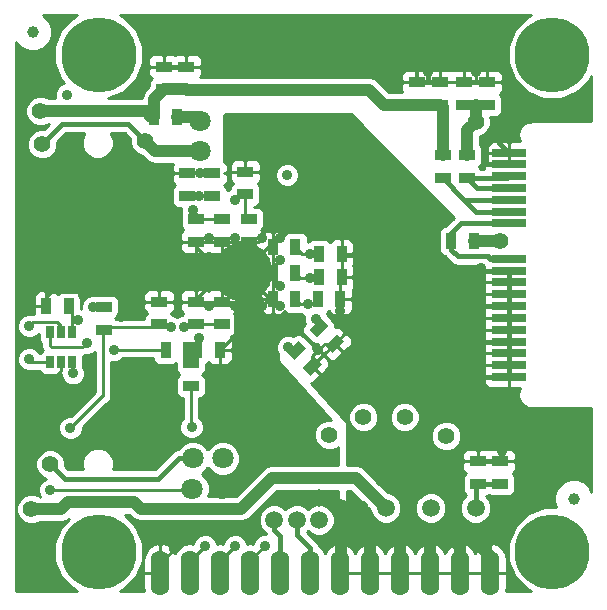
<source format=gbl>
%FSLAX46Y46*%
G04 Gerber Fmt 4.6, Leading zero omitted, Abs format (unit mm)*
G04 Created by KiCad (PCBNEW (2014-08-05 BZR 5054)-product) date Sun 24 May 2015 10:10:41 AM PDT*
%MOMM*%
G01*
G04 APERTURE LIST*
%ADD10C,0.100000*%
%ADD11R,3.000000X0.700000*%
%ADD12R,0.889000X1.397000*%
%ADD13R,1.397000X0.889000*%
%ADD14C,1.501140*%
%ADD15R,0.701040X1.000760*%
%ADD16C,6.350000*%
%ADD17C,1.800000*%
%ADD18O,1.600000X3.800000*%
%ADD19C,1.000000*%
%ADD20C,5.000000*%
%ADD21C,1.397000*%
%ADD22C,0.889000*%
%ADD23C,0.250000*%
%ADD24C,1.000000*%
%ADD25C,0.400000*%
%ADD26C,0.254000*%
G04 APERTURE END LIST*
D10*
D11*
X42300000Y-31200000D03*
X42300000Y-30200000D03*
X42300000Y-29200000D03*
X42300000Y-28200000D03*
X42300000Y-27200000D03*
X42300000Y-26200000D03*
X42300000Y-25200000D03*
X42300000Y-24200000D03*
X42300000Y-23200000D03*
X42300000Y-22200000D03*
X42300000Y-21200000D03*
X42300000Y-18200000D03*
X42300000Y-17200000D03*
X42300000Y-16200000D03*
X42300000Y-15200000D03*
X42300000Y-14200000D03*
X42300000Y-13200000D03*
X42300000Y-12200000D03*
D12*
X26147500Y-24600000D03*
X28052500Y-24600000D03*
D13*
X20300000Y-17847500D03*
X20300000Y-19752500D03*
X15800000Y-17847500D03*
X15800000Y-19752500D03*
X15800000Y-26752500D03*
X15800000Y-24847500D03*
D12*
X24252500Y-24600000D03*
X22347500Y-24600000D03*
D13*
X20000000Y-15752500D03*
X20000000Y-13847500D03*
X15100000Y-15852500D03*
X15100000Y-13947500D03*
X18000000Y-26752500D03*
X18000000Y-24847500D03*
D12*
X24252500Y-22400000D03*
X22347500Y-22400000D03*
X24252500Y-20200000D03*
X22347500Y-20200000D03*
D13*
X18000000Y-17847500D03*
X18000000Y-19752500D03*
D12*
X26247500Y-22750000D03*
X28152500Y-22750000D03*
X26247500Y-20800000D03*
X28152500Y-20800000D03*
D13*
X17200000Y-15852500D03*
X17200000Y-13947500D03*
D10*
G36*
X25418258Y-27206086D02*
X26406086Y-26218258D01*
X27034704Y-26846876D01*
X26046876Y-27834704D01*
X25418258Y-27206086D01*
X25418258Y-27206086D01*
G37*
G36*
X26765296Y-28553124D02*
X27753124Y-27565296D01*
X28381742Y-28193914D01*
X27393914Y-29181742D01*
X26765296Y-28553124D01*
X26765296Y-28553124D01*
G37*
G36*
X23518258Y-29106086D02*
X24506086Y-28118258D01*
X25134704Y-28746876D01*
X24146876Y-29734704D01*
X23518258Y-29106086D01*
X23518258Y-29106086D01*
G37*
G36*
X24865296Y-30453124D02*
X25853124Y-29465296D01*
X26481742Y-30093914D01*
X25493914Y-31081742D01*
X24865296Y-30453124D01*
X24865296Y-30453124D01*
G37*
D13*
X15400000Y-30047500D03*
X15400000Y-31952500D03*
D12*
X13247500Y-28900000D03*
X15152500Y-28900000D03*
X3147500Y-25200000D03*
X5052500Y-25200000D03*
D14*
X28100000Y-42300000D03*
X35700000Y-42300000D03*
X31900000Y-42300000D03*
X39500000Y-42300000D03*
D15*
X5352500Y-27430000D03*
X4400000Y-27430000D03*
X3447500Y-27430000D03*
X3447500Y-29970000D03*
X4400000Y-29970000D03*
X5352500Y-29970000D03*
D16*
X7600000Y-46000000D03*
X7600000Y-3900000D03*
X46000000Y-3900000D03*
X46000000Y-46000000D03*
D13*
X12700000Y-26752500D03*
X12700000Y-24847500D03*
D12*
X17852500Y-28900000D03*
X15947500Y-28900000D03*
D13*
X15000000Y-6852500D03*
X15000000Y-4947500D03*
X13100000Y-6852500D03*
X13100000Y-4947500D03*
X38500000Y-8152500D03*
X38500000Y-6247500D03*
X34500000Y-8152500D03*
X34500000Y-6247500D03*
X39700000Y-40252500D03*
X39700000Y-38347500D03*
X40500000Y-8152500D03*
X40500000Y-6247500D03*
X36500000Y-8152500D03*
X36500000Y-6247500D03*
X41600000Y-40252500D03*
X41600000Y-38347500D03*
D12*
X12297500Y-9150000D03*
X14202500Y-9150000D03*
D13*
X38800000Y-12447500D03*
X38800000Y-14352500D03*
X36700000Y-12447500D03*
X36700000Y-14352500D03*
D12*
X39352500Y-19700000D03*
X37447500Y-19700000D03*
D13*
X8000000Y-27202500D03*
X8000000Y-25297500D03*
D17*
X18050000Y-40650000D03*
X15510000Y-40650000D03*
X15550000Y-38100000D03*
X18090000Y-38100000D03*
X16150000Y-12100000D03*
X16150000Y-9560000D03*
D18*
X25500000Y-47800000D03*
X22960000Y-47800000D03*
X20420000Y-47800000D03*
X17880000Y-47800000D03*
X15340000Y-47800000D03*
X12800000Y-47800000D03*
D14*
X22450000Y-43300000D03*
X24350000Y-43300000D03*
X26250000Y-43300000D03*
D18*
X40740000Y-47800000D03*
X38200000Y-47800000D03*
X35660000Y-47800000D03*
X33120000Y-47800000D03*
X30580000Y-47800000D03*
X28040000Y-47800000D03*
D19*
X2000000Y-2000000D03*
X47800000Y-41500000D03*
D14*
X26250000Y-41450000D03*
D20*
X19800000Y-22300000D03*
D21*
X30000000Y-34600000D03*
D22*
X25350000Y-25050000D03*
X25500000Y-22850000D03*
D21*
X33500000Y-34600000D03*
D22*
X25500000Y-20750000D03*
D21*
X37000000Y-36200000D03*
D22*
X19100000Y-16200000D03*
X23550000Y-14100000D03*
X4900000Y-7300000D03*
D21*
X39500000Y-9600000D03*
X27100000Y-36100000D03*
D22*
X16100000Y-15852500D03*
X15600000Y-17100000D03*
X14800000Y-27000000D03*
X5800000Y-26400000D03*
X1700000Y-28200000D03*
X6300000Y-24250000D03*
X1700000Y-34450000D03*
X35500000Y-5400000D03*
X41700000Y-37500000D03*
X39500000Y-5400000D03*
X1700000Y-14000000D03*
X1675000Y-20825000D03*
X1700000Y-31100000D03*
X39700000Y-35300000D03*
X22300000Y-36900000D03*
X40000000Y-22000000D03*
X40000000Y-25000000D03*
X40000000Y-28000000D03*
X40000000Y-31200000D03*
X29500000Y-21000000D03*
X16900000Y-19400000D03*
X19100000Y-19400000D03*
X21400000Y-19400000D03*
X22900000Y-19400000D03*
X16900000Y-25200000D03*
X19100000Y-25200000D03*
X21400000Y-25200000D03*
X22900000Y-25200000D03*
X22900000Y-23500000D03*
X22900000Y-21300000D03*
X16900000Y-21300000D03*
X16900000Y-23500000D03*
X26200000Y-28900000D03*
X28050000Y-25650000D03*
X23550000Y-9900000D03*
X9600000Y-20800000D03*
X9700000Y-31000000D03*
X9500000Y-26100000D03*
X14000000Y-45800000D03*
D21*
X41500000Y-10500000D03*
X29700000Y-42300000D03*
D22*
X16150000Y-13950000D03*
X20550000Y-10700000D03*
X26000000Y-26300000D03*
X23600000Y-28700000D03*
D21*
X3500000Y-38600000D03*
D22*
X16600000Y-45500000D03*
X19150000Y-45500000D03*
X21650000Y-45500000D03*
X7100000Y-25300000D03*
X8900000Y-28900000D03*
X15450000Y-35450000D03*
X5200000Y-35500000D03*
X13700000Y-27000000D03*
D21*
X1900000Y-42400000D03*
X2650000Y-8700000D03*
X41550000Y-19700000D03*
D22*
X16050000Y-27900000D03*
D21*
X2800000Y-11500000D03*
X11500000Y-11200000D03*
D22*
X1700000Y-26900000D03*
X6600000Y-28300000D03*
X1700000Y-29700000D03*
X5400000Y-30900000D03*
X3500000Y-40750000D03*
D23*
X25697500Y-25050000D02*
X26147500Y-24600000D01*
X25350000Y-25050000D02*
X25697500Y-25050000D01*
X24702500Y-25050000D02*
X24252500Y-24600000D01*
X25350000Y-25050000D02*
X24702500Y-25050000D01*
X26147500Y-22850000D02*
X26247500Y-22750000D01*
X25500000Y-22850000D02*
X26147500Y-22850000D01*
X24702500Y-22850000D02*
X24252500Y-22400000D01*
X25500000Y-22850000D02*
X24702500Y-22850000D01*
X26197500Y-20750000D02*
X26247500Y-20800000D01*
X25500000Y-20750000D02*
X26197500Y-20750000D01*
X24802500Y-20750000D02*
X24252500Y-20200000D01*
X25500000Y-20750000D02*
X24802500Y-20750000D01*
X20000000Y-17547500D02*
X20300000Y-17847500D01*
X20000000Y-15752500D02*
X20000000Y-17547500D01*
X19547500Y-15752500D02*
X19100000Y-16200000D01*
X20000000Y-15752500D02*
X19547500Y-15752500D01*
D24*
X39500000Y-9600000D02*
X39500000Y-8152500D01*
X38800000Y-12447500D02*
X38800000Y-10300000D01*
X38800000Y-10300000D02*
X39500000Y-9600000D01*
D25*
X38500000Y-8152500D02*
X39500000Y-8152500D01*
X39500000Y-8152500D02*
X40500000Y-8152500D01*
D23*
X15800000Y-26752500D02*
X18000000Y-26752500D01*
X15800000Y-17300000D02*
X15800000Y-17847500D01*
X15600000Y-17100000D02*
X15800000Y-17300000D01*
X15047500Y-26752500D02*
X15800000Y-26752500D01*
X14800000Y-27000000D02*
X15047500Y-26752500D01*
X15100000Y-15852500D02*
X16100000Y-15852500D01*
X16100000Y-15852500D02*
X17200000Y-15852500D01*
X17460000Y-15592500D02*
X17200000Y-15852500D01*
X17460000Y-15592500D02*
X17200000Y-15852500D01*
X18000000Y-17847500D02*
X15800000Y-17847500D01*
X5352500Y-25500000D02*
X5052500Y-25200000D01*
X5352500Y-26400000D02*
X5352500Y-25500000D01*
X5352500Y-27430000D02*
X5352500Y-26400000D01*
X5352500Y-26400000D02*
X5800000Y-26400000D01*
D24*
X30580000Y-47800000D02*
X30580000Y-45000000D01*
X33120000Y-47800000D02*
X33120000Y-45000000D01*
X35660000Y-47800000D02*
X35660000Y-45090000D01*
X35660000Y-45090000D02*
X35750000Y-45000000D01*
X38200000Y-47800000D02*
X38200000Y-45600000D01*
X38200000Y-45600000D02*
X37600000Y-45000000D01*
X40740000Y-47800000D02*
X40740000Y-46390000D01*
X40740000Y-46390000D02*
X39350000Y-45000000D01*
X39350000Y-45000000D02*
X37600000Y-45000000D01*
X37600000Y-45000000D02*
X35750000Y-45000000D01*
X35750000Y-45000000D02*
X33120000Y-45000000D01*
X33120000Y-45000000D02*
X30580000Y-45000000D01*
X30580000Y-45000000D02*
X28100000Y-45000000D01*
X28100000Y-42300000D02*
X28100000Y-45000000D01*
X28100000Y-45000000D02*
X28100000Y-47740000D01*
X28100000Y-47740000D02*
X28040000Y-47800000D01*
D23*
X3147500Y-25200000D02*
X3147500Y-24402500D01*
X6050000Y-24000000D02*
X6300000Y-24250000D01*
X3550000Y-24000000D02*
X6050000Y-24000000D01*
X3147500Y-24402500D02*
X3550000Y-24000000D01*
D25*
X13100000Y-4947500D02*
X14100000Y-4947500D01*
X14100000Y-4947500D02*
X15000000Y-4947500D01*
X35500000Y-6247500D02*
X35500000Y-5400000D01*
X34500000Y-6247500D02*
X35500000Y-6247500D01*
X35500000Y-6247500D02*
X36500000Y-6247500D01*
X39700000Y-38347500D02*
X41600000Y-38347500D01*
X41600000Y-38347500D02*
X41700000Y-38247500D01*
X41700000Y-38247500D02*
X41700000Y-37500000D01*
D23*
X39500000Y-6247500D02*
X39500000Y-5400000D01*
D25*
X38500000Y-6247500D02*
X39500000Y-6247500D01*
X39500000Y-6247500D02*
X40500000Y-6247500D01*
D23*
X4400000Y-30700000D02*
X4000000Y-31100000D01*
X4000000Y-31100000D02*
X1700000Y-31100000D01*
X4400000Y-29970000D02*
X4400000Y-30700000D01*
X3147500Y-25200000D02*
X2900000Y-25200000D01*
D24*
X28125000Y-42325000D02*
X28100000Y-42300000D01*
D25*
X42300000Y-22200000D02*
X40200000Y-22200000D01*
D23*
X40200000Y-22200000D02*
X40000000Y-22000000D01*
D25*
X42300000Y-25200000D02*
X40200000Y-25200000D01*
D23*
X40200000Y-25200000D02*
X40000000Y-25000000D01*
D25*
X42300000Y-28200000D02*
X40200000Y-28200000D01*
D23*
X40200000Y-28200000D02*
X40000000Y-28000000D01*
D25*
X42300000Y-31200000D02*
X40000000Y-31200000D01*
X42300000Y-31200000D02*
X42300000Y-30200000D01*
X42300000Y-30200000D02*
X42300000Y-29200000D01*
X42300000Y-29200000D02*
X42300000Y-28200000D01*
X42300000Y-28200000D02*
X42300000Y-27200000D01*
X42300000Y-27200000D02*
X42300000Y-26200000D01*
X42300000Y-26200000D02*
X42300000Y-25200000D01*
X42300000Y-25200000D02*
X42300000Y-24200000D01*
X42300000Y-24200000D02*
X42300000Y-23200000D01*
X42300000Y-23200000D02*
X42300000Y-22200000D01*
D23*
X28352500Y-21000000D02*
X29500000Y-21000000D01*
X28352500Y-21000000D02*
X28152500Y-20800000D01*
X18747500Y-19752500D02*
X19100000Y-19400000D01*
X18000000Y-19752500D02*
X18747500Y-19752500D01*
X21047500Y-19752500D02*
X21400000Y-19400000D01*
X20300000Y-19752500D02*
X21047500Y-19752500D01*
X16547500Y-24847500D02*
X16900000Y-25200000D01*
X15800000Y-24847500D02*
X16547500Y-24847500D01*
X18747500Y-24847500D02*
X19100000Y-25200000D01*
X18000000Y-24847500D02*
X18747500Y-24847500D01*
X22000000Y-24600000D02*
X21400000Y-25200000D01*
X22347500Y-24600000D02*
X22000000Y-24600000D01*
X22347500Y-24647500D02*
X22900000Y-25200000D01*
X22347500Y-24600000D02*
X22347500Y-24647500D01*
X22347500Y-22400000D02*
X22347500Y-22552500D01*
X22347500Y-22947500D02*
X22900000Y-23500000D01*
X22347500Y-22400000D02*
X22347500Y-22947500D01*
X22347500Y-21852500D02*
X22900000Y-21300000D01*
X22347500Y-22400000D02*
X22347500Y-21852500D01*
X22347500Y-22400000D02*
X22347500Y-22247500D01*
X15800000Y-20200000D02*
X16900000Y-21300000D01*
X15800000Y-19752500D02*
X15800000Y-20200000D01*
X18000000Y-24847500D02*
X18000000Y-24600000D01*
X15800000Y-24600000D02*
X16900000Y-23500000D01*
X15800000Y-24847500D02*
X15800000Y-24600000D01*
X25673519Y-29426481D02*
X26200000Y-28900000D01*
X25673519Y-30273519D02*
X25673519Y-29426481D01*
X26726481Y-28373519D02*
X26200000Y-28900000D01*
X27573519Y-28373519D02*
X26726481Y-28373519D01*
X28052500Y-22850000D02*
X28152500Y-22750000D01*
X28052500Y-24600000D02*
X28052500Y-22850000D01*
X28052500Y-24600000D02*
X28050000Y-25650000D01*
X19100000Y-27652500D02*
X17852500Y-28900000D01*
X19100000Y-25200000D02*
X19100000Y-27652500D01*
X12700000Y-24847500D02*
X15800000Y-24847500D01*
D24*
X28125000Y-42325000D02*
X28100000Y-42300000D01*
D23*
X22347500Y-19952500D02*
X22900000Y-19400000D01*
X22347500Y-20200000D02*
X22347500Y-19952500D01*
X12800000Y-47000000D02*
X14000000Y-45800000D01*
X12800000Y-47800000D02*
X12800000Y-47000000D01*
D25*
X41500000Y-11400000D02*
X42300000Y-12200000D01*
X42300000Y-13200000D02*
X40500000Y-13200000D01*
X40500000Y-13200000D02*
X40350000Y-13050000D01*
X40350000Y-13050000D02*
X40350000Y-11650000D01*
X40350000Y-11650000D02*
X41500000Y-10500000D01*
X41500000Y-10500000D02*
X41500000Y-11400000D01*
D24*
X27250000Y-41450000D02*
X28100000Y-42300000D01*
X26250000Y-41450000D02*
X27250000Y-41450000D01*
X28100000Y-42300000D02*
X29700000Y-42300000D01*
D23*
X18000000Y-24100000D02*
X19800000Y-22300000D01*
X18000000Y-24847500D02*
X18000000Y-24100000D01*
X18000000Y-20500000D02*
X19800000Y-22300000D01*
X18000000Y-19752500D02*
X18000000Y-20500000D01*
X21900000Y-20200000D02*
X19800000Y-22300000D01*
X22347500Y-20200000D02*
X21900000Y-20200000D01*
X22100000Y-24600000D02*
X19800000Y-22300000D01*
X22347500Y-24600000D02*
X22100000Y-24600000D01*
X16152500Y-13947500D02*
X16150000Y-13950000D01*
X16147500Y-13947500D02*
X15100000Y-13947500D01*
X16147500Y-13947500D02*
X16150000Y-13950000D01*
X17200000Y-13947500D02*
X16152500Y-13947500D01*
X20000000Y-11250000D02*
X20550000Y-10700000D01*
X20000000Y-13847500D02*
X20000000Y-11250000D01*
X26226481Y-26526481D02*
X26226481Y-27026481D01*
X26000000Y-26300000D02*
X26226481Y-26526481D01*
X23826481Y-28926481D02*
X24326481Y-28926481D01*
X23600000Y-28700000D02*
X23826481Y-28926481D01*
D25*
X10300000Y-39800000D02*
X12650000Y-39800000D01*
X8700000Y-39800000D02*
X10300000Y-39800000D01*
X14350000Y-38100000D02*
X15550000Y-38100000D01*
X12650000Y-39800000D02*
X14350000Y-38100000D01*
X3500000Y-38600000D02*
X4700000Y-39800000D01*
X4700000Y-39800000D02*
X8700000Y-39800000D01*
X8700000Y-39800000D02*
X9500000Y-39800000D01*
D23*
X15340000Y-46760000D02*
X15340000Y-47800000D01*
X16600000Y-45500000D02*
X15340000Y-46760000D01*
X17880000Y-46770000D02*
X17880000Y-47800000D01*
X19150000Y-45500000D02*
X17880000Y-46770000D01*
X20420000Y-46730000D02*
X20420000Y-47800000D01*
X21650000Y-45500000D02*
X20420000Y-46730000D01*
X7102500Y-25297500D02*
X8000000Y-25297500D01*
X7100000Y-25300000D02*
X7102500Y-25297500D01*
X8900000Y-28900000D02*
X13247500Y-28900000D01*
X15400000Y-35400000D02*
X15400000Y-31952500D01*
X15450000Y-35450000D02*
X15400000Y-35400000D01*
X7950000Y-27252500D02*
X7950000Y-28150000D01*
X7950000Y-28150000D02*
X7950000Y-32450000D01*
X7950000Y-27252500D02*
X8000000Y-27202500D01*
X8202500Y-27000000D02*
X9100000Y-27000000D01*
X9100000Y-27000000D02*
X13700000Y-27000000D01*
X8202500Y-27000000D02*
X8000000Y-27202500D01*
X5200000Y-35500000D02*
X7950000Y-32750000D01*
X7950000Y-32750000D02*
X7950000Y-32450000D01*
X7950000Y-32450000D02*
X7950000Y-32850000D01*
X12947500Y-27000000D02*
X12700000Y-26752500D01*
X13700000Y-27000000D02*
X12947500Y-27000000D01*
D24*
X11150000Y-42350000D02*
X10600000Y-41800000D01*
X10600000Y-41800000D02*
X5000000Y-41800000D01*
X5000000Y-41800000D02*
X4400000Y-42400000D01*
X4400000Y-42400000D02*
X1900000Y-42400000D01*
X19650000Y-42350000D02*
X11150000Y-42350000D01*
D25*
X31935000Y-42335000D02*
X31900000Y-42300000D01*
D24*
X31935000Y-42335000D02*
X31900000Y-42300000D01*
D25*
X31935000Y-42335000D02*
X31900000Y-42300000D01*
D24*
X22250000Y-39750000D02*
X19650000Y-42350000D01*
X29350000Y-39750000D02*
X23650000Y-39750000D01*
X31900000Y-42300000D02*
X29350000Y-39750000D01*
X23650000Y-39750000D02*
X22250000Y-39750000D01*
X12297500Y-9150000D02*
X12050000Y-9150000D01*
X12050000Y-9150000D02*
X11600000Y-8700000D01*
X11600000Y-8700000D02*
X2650000Y-8700000D01*
X12297500Y-9150000D02*
X12297500Y-7655000D01*
X12297500Y-7655000D02*
X13100000Y-6852500D01*
X34500000Y-8152500D02*
X36500000Y-8152500D01*
X36500000Y-8152500D02*
X36700000Y-8352500D01*
X36700000Y-8352500D02*
X36700000Y-12447500D01*
X13100000Y-6852500D02*
X15000000Y-6852500D01*
X15000000Y-6852500D02*
X15047500Y-6900000D01*
X15047500Y-6900000D02*
X30500000Y-6900000D01*
X30500000Y-6900000D02*
X31752500Y-8152500D01*
X31752500Y-8152500D02*
X34500000Y-8152500D01*
D25*
X36700000Y-8352500D02*
X36500000Y-8152500D01*
X39500000Y-42300000D02*
X39500000Y-40452500D01*
X39500000Y-40452500D02*
X39700000Y-40252500D01*
X39700000Y-40252500D02*
X41600000Y-40252500D01*
D24*
X39555000Y-42355000D02*
X39500000Y-42300000D01*
D25*
X39555000Y-42355000D02*
X39500000Y-42300000D01*
D24*
X39352500Y-19700000D02*
X41550000Y-19700000D01*
D23*
X15947500Y-28002500D02*
X16050000Y-27900000D01*
X15947500Y-28900000D02*
X15947500Y-28002500D01*
X15152500Y-29900000D02*
X15400000Y-30147500D01*
X15947500Y-28900000D02*
X15152500Y-28900000D01*
X15400000Y-29147500D02*
X15152500Y-28900000D01*
X15400000Y-30047500D02*
X15400000Y-29147500D01*
D24*
X16150000Y-12100000D02*
X12400000Y-12100000D01*
X12400000Y-12100000D02*
X11500000Y-11200000D01*
D25*
X4500000Y-9800000D02*
X2800000Y-11500000D01*
X10100000Y-9800000D02*
X4500000Y-9800000D01*
X11500000Y-11200000D02*
X10100000Y-9800000D01*
X37447500Y-19002500D02*
X37447500Y-19700000D01*
X38250000Y-18200000D02*
X37447500Y-19002500D01*
X42300000Y-18200000D02*
X38250000Y-18200000D01*
X40750000Y-21200000D02*
X40550000Y-21000000D01*
X40550000Y-21000000D02*
X38000000Y-21000000D01*
X38000000Y-21000000D02*
X37447500Y-20447500D01*
X37447500Y-20447500D02*
X37447500Y-19700000D01*
X42300000Y-21200000D02*
X40750000Y-21200000D01*
X38547500Y-16200000D02*
X36700000Y-14352500D01*
X39547500Y-17200000D02*
X38547500Y-16200000D01*
X42300000Y-17200000D02*
X39547500Y-17200000D01*
X42300000Y-16200000D02*
X38547500Y-16200000D01*
X38800000Y-14352500D02*
X42147500Y-14352500D01*
X42147500Y-14352500D02*
X42300000Y-14200000D01*
X39647500Y-15200000D02*
X38800000Y-14352500D01*
X42300000Y-15200000D02*
X39647500Y-15200000D01*
D23*
X4400000Y-26850000D02*
X4400000Y-27430000D01*
X4100000Y-26550000D02*
X4400000Y-26850000D01*
X2050000Y-26550000D02*
X4100000Y-26550000D01*
X1700000Y-26900000D02*
X2050000Y-26550000D01*
X3600000Y-28700000D02*
X6200000Y-28700000D01*
X3600000Y-28700000D02*
X3447500Y-28547500D01*
X3447500Y-27430000D02*
X3447500Y-28547500D01*
X6200000Y-28700000D02*
X6600000Y-28300000D01*
X1700000Y-29700000D02*
X1970000Y-29970000D01*
X1970000Y-29970000D02*
X3447500Y-29970000D01*
X5400000Y-30900000D02*
X5352500Y-30852500D01*
X5352500Y-30852500D02*
X5352500Y-29970000D01*
X14400000Y-40750000D02*
X15410000Y-40750000D01*
X15410000Y-40750000D02*
X15510000Y-40650000D01*
X10150000Y-40750000D02*
X14400000Y-40750000D01*
X14400000Y-40750000D02*
X14410000Y-40750000D01*
X3500000Y-40750000D02*
X10150000Y-40750000D01*
X10150000Y-40750000D02*
X10200000Y-40750000D01*
D24*
X14202500Y-9150000D02*
X15740000Y-9150000D01*
X15740000Y-9150000D02*
X16150000Y-9560000D01*
D23*
X25500000Y-47800000D02*
X25500000Y-47000000D01*
D25*
X25500000Y-45700000D02*
X24350000Y-44550000D01*
X24350000Y-44550000D02*
X24350000Y-43300000D01*
X25500000Y-47800000D02*
X25500000Y-45700000D01*
X22960000Y-44660000D02*
X22450000Y-44150000D01*
X22450000Y-44150000D02*
X22450000Y-43300000D01*
X22960000Y-47800000D02*
X22960000Y-44660000D01*
D26*
G36*
X4423000Y-29973000D02*
X4403000Y-29973000D01*
X4403000Y-29993000D01*
X4397000Y-29993000D01*
X4397000Y-29973000D01*
X4377000Y-29973000D01*
X4377000Y-29967000D01*
X4397000Y-29967000D01*
X4397000Y-29947000D01*
X4403000Y-29947000D01*
X4403000Y-29967000D01*
X4423000Y-29967000D01*
X4423000Y-29973000D01*
X4423000Y-29973000D01*
G37*
X4423000Y-29973000D02*
X4403000Y-29973000D01*
X4403000Y-29993000D01*
X4397000Y-29993000D01*
X4397000Y-29973000D01*
X4377000Y-29973000D01*
X4377000Y-29967000D01*
X4397000Y-29967000D01*
X4397000Y-29947000D01*
X4403000Y-29947000D01*
X4403000Y-29967000D01*
X4423000Y-29967000D01*
X4423000Y-29973000D01*
G36*
X27873000Y-45327829D02*
X27813805Y-45291041D01*
X27496683Y-45380476D01*
X27033080Y-45688837D01*
X26756447Y-46100969D01*
X26473686Y-45677787D01*
X26241755Y-45522816D01*
X26217854Y-45402656D01*
X26217854Y-45402655D01*
X26049422Y-45150578D01*
X25213090Y-44314246D01*
X25300019Y-44227468D01*
X25497010Y-44424803D01*
X25984771Y-44627339D01*
X26512912Y-44627800D01*
X27001026Y-44426116D01*
X27374803Y-44052990D01*
X27577339Y-43565229D01*
X27577800Y-43037088D01*
X27376116Y-42548974D01*
X27002990Y-42175197D01*
X26515229Y-41972661D01*
X25987088Y-41972200D01*
X25498974Y-42173884D01*
X25299980Y-42372531D01*
X25102990Y-42175197D01*
X24615229Y-41972661D01*
X24087088Y-41972200D01*
X23598974Y-42173884D01*
X23399980Y-42372531D01*
X23202990Y-42175197D01*
X22715229Y-41972661D01*
X22187088Y-41972200D01*
X21698974Y-42173884D01*
X21325197Y-42547010D01*
X21122661Y-43034771D01*
X21122200Y-43562912D01*
X21323884Y-44051026D01*
X21697010Y-44424803D01*
X21730421Y-44438676D01*
X21732146Y-44447345D01*
X21753022Y-44478589D01*
X21447703Y-44478323D01*
X21072123Y-44633510D01*
X20784520Y-44920611D01*
X20628678Y-45295920D01*
X20628660Y-45315978D01*
X20420000Y-45274473D01*
X20171654Y-45323872D01*
X20171677Y-45297703D01*
X20016490Y-44922123D01*
X19729389Y-44634520D01*
X19354080Y-44478678D01*
X18947703Y-44478323D01*
X18572123Y-44633510D01*
X18284520Y-44920611D01*
X18128678Y-45295920D01*
X18128653Y-45323933D01*
X17880000Y-45274473D01*
X17621652Y-45325861D01*
X17621677Y-45297703D01*
X17466490Y-44922123D01*
X17179389Y-44634520D01*
X16804080Y-44478678D01*
X16397703Y-44478323D01*
X16022123Y-44633510D01*
X15734520Y-44920611D01*
X15578678Y-45295920D01*
X15578655Y-45321944D01*
X15340000Y-45274473D01*
X14813045Y-45379291D01*
X14366314Y-45677787D01*
X14083552Y-46100969D01*
X13806920Y-45688837D01*
X13343317Y-45380476D01*
X13026195Y-45291041D01*
X12803000Y-45429754D01*
X12803000Y-47797000D01*
X12823000Y-47797000D01*
X12823000Y-47803000D01*
X12803000Y-47803000D01*
X12803000Y-47823000D01*
X12797000Y-47823000D01*
X12797000Y-47803000D01*
X12797000Y-47797000D01*
X12797000Y-45429754D01*
X12573805Y-45291041D01*
X12256683Y-45380476D01*
X11793080Y-45688837D01*
X11482772Y-46151139D01*
X11373000Y-46697000D01*
X11373000Y-47797000D01*
X12797000Y-47797000D01*
X12797000Y-47803000D01*
X11373000Y-47803000D01*
X11373000Y-48903000D01*
X11455450Y-49313000D01*
X9407078Y-49313000D01*
X9722561Y-49182645D01*
X10778936Y-48128112D01*
X11351347Y-46749593D01*
X11352650Y-45256955D01*
X10782645Y-43877439D01*
X9783950Y-42877000D01*
X10153892Y-42877000D01*
X10388446Y-43111554D01*
X10737850Y-43345018D01*
X11150000Y-43427000D01*
X19650000Y-43427000D01*
X20062150Y-43345018D01*
X20411554Y-43111554D01*
X22696108Y-40827000D01*
X23650000Y-40827000D01*
X27873000Y-40827000D01*
X27873000Y-45327829D01*
X27873000Y-45327829D01*
G37*
X27873000Y-45327829D02*
X27813805Y-45291041D01*
X27496683Y-45380476D01*
X27033080Y-45688837D01*
X26756447Y-46100969D01*
X26473686Y-45677787D01*
X26241755Y-45522816D01*
X26217854Y-45402656D01*
X26217854Y-45402655D01*
X26049422Y-45150578D01*
X25213090Y-44314246D01*
X25300019Y-44227468D01*
X25497010Y-44424803D01*
X25984771Y-44627339D01*
X26512912Y-44627800D01*
X27001026Y-44426116D01*
X27374803Y-44052990D01*
X27577339Y-43565229D01*
X27577800Y-43037088D01*
X27376116Y-42548974D01*
X27002990Y-42175197D01*
X26515229Y-41972661D01*
X25987088Y-41972200D01*
X25498974Y-42173884D01*
X25299980Y-42372531D01*
X25102990Y-42175197D01*
X24615229Y-41972661D01*
X24087088Y-41972200D01*
X23598974Y-42173884D01*
X23399980Y-42372531D01*
X23202990Y-42175197D01*
X22715229Y-41972661D01*
X22187088Y-41972200D01*
X21698974Y-42173884D01*
X21325197Y-42547010D01*
X21122661Y-43034771D01*
X21122200Y-43562912D01*
X21323884Y-44051026D01*
X21697010Y-44424803D01*
X21730421Y-44438676D01*
X21732146Y-44447345D01*
X21753022Y-44478589D01*
X21447703Y-44478323D01*
X21072123Y-44633510D01*
X20784520Y-44920611D01*
X20628678Y-45295920D01*
X20628660Y-45315978D01*
X20420000Y-45274473D01*
X20171654Y-45323872D01*
X20171677Y-45297703D01*
X20016490Y-44922123D01*
X19729389Y-44634520D01*
X19354080Y-44478678D01*
X18947703Y-44478323D01*
X18572123Y-44633510D01*
X18284520Y-44920611D01*
X18128678Y-45295920D01*
X18128653Y-45323933D01*
X17880000Y-45274473D01*
X17621652Y-45325861D01*
X17621677Y-45297703D01*
X17466490Y-44922123D01*
X17179389Y-44634520D01*
X16804080Y-44478678D01*
X16397703Y-44478323D01*
X16022123Y-44633510D01*
X15734520Y-44920611D01*
X15578678Y-45295920D01*
X15578655Y-45321944D01*
X15340000Y-45274473D01*
X14813045Y-45379291D01*
X14366314Y-45677787D01*
X14083552Y-46100969D01*
X13806920Y-45688837D01*
X13343317Y-45380476D01*
X13026195Y-45291041D01*
X12803000Y-45429754D01*
X12803000Y-47797000D01*
X12823000Y-47797000D01*
X12823000Y-47803000D01*
X12803000Y-47803000D01*
X12803000Y-47823000D01*
X12797000Y-47823000D01*
X12797000Y-47803000D01*
X12797000Y-47797000D01*
X12797000Y-45429754D01*
X12573805Y-45291041D01*
X12256683Y-45380476D01*
X11793080Y-45688837D01*
X11482772Y-46151139D01*
X11373000Y-46697000D01*
X11373000Y-47797000D01*
X12797000Y-47797000D01*
X12797000Y-47803000D01*
X11373000Y-47803000D01*
X11373000Y-48903000D01*
X11455450Y-49313000D01*
X9407078Y-49313000D01*
X9722561Y-49182645D01*
X10778936Y-48128112D01*
X11351347Y-46749593D01*
X11352650Y-45256955D01*
X10782645Y-43877439D01*
X9783950Y-42877000D01*
X10153892Y-42877000D01*
X10388446Y-43111554D01*
X10737850Y-43345018D01*
X11150000Y-43427000D01*
X19650000Y-43427000D01*
X20062150Y-43345018D01*
X20411554Y-43111554D01*
X22696108Y-40827000D01*
X23650000Y-40827000D01*
X27873000Y-40827000D01*
X27873000Y-45327829D01*
G36*
X49313000Y-9563000D02*
X44200000Y-9563000D01*
X44143297Y-9574279D01*
X44085483Y-9574279D01*
X43894141Y-9612339D01*
X43894138Y-9612339D01*
X43894137Y-9612340D01*
X43795856Y-9653049D01*
X43682539Y-9699987D01*
X43682537Y-9699988D01*
X43682536Y-9699989D01*
X43520325Y-9808376D01*
X43439350Y-9889350D01*
X43358376Y-9970325D01*
X43249989Y-10132536D01*
X43249988Y-10132537D01*
X43249987Y-10132539D01*
X43183607Y-10292794D01*
X43162340Y-10344137D01*
X43162339Y-10344137D01*
X43162339Y-10344140D01*
X43124279Y-10535483D01*
X43124279Y-10593292D01*
X43124279Y-10593295D01*
X43113000Y-10650000D01*
X43113000Y-10700000D01*
X43124279Y-10756704D01*
X43124279Y-10756707D01*
X43124279Y-10814517D01*
X43162339Y-11005860D01*
X43162339Y-11005862D01*
X43162340Y-11005863D01*
X43183607Y-11057206D01*
X43249987Y-11217461D01*
X43249988Y-11217462D01*
X43249989Y-11217464D01*
X43253688Y-11223000D01*
X42459750Y-11223000D01*
X42303000Y-11379750D01*
X42303000Y-12197000D01*
X42323000Y-12197000D01*
X42323000Y-12203000D01*
X42303000Y-12203000D01*
X42303000Y-12379750D01*
X42303000Y-13020250D01*
X42303000Y-13197000D01*
X42323000Y-13197000D01*
X42323000Y-13203000D01*
X42303000Y-13203000D01*
X42303000Y-13223000D01*
X42297000Y-13223000D01*
X42297000Y-13203000D01*
X42297000Y-13197000D01*
X42297000Y-13020250D01*
X42297000Y-12379750D01*
X42297000Y-12203000D01*
X42297000Y-12197000D01*
X42297000Y-11379750D01*
X42140250Y-11223000D01*
X40924718Y-11223000D01*
X40675282Y-11223000D01*
X40444833Y-11318455D01*
X40268455Y-11494833D01*
X40173000Y-11725282D01*
X40173000Y-12040250D01*
X40329750Y-12197000D01*
X42297000Y-12197000D01*
X42297000Y-12203000D01*
X40329750Y-12203000D01*
X40173000Y-12359750D01*
X40173000Y-12674718D01*
X40183472Y-12700000D01*
X40173000Y-12725282D01*
X40173000Y-13040250D01*
X40329750Y-13197000D01*
X42297000Y-13197000D01*
X42297000Y-13203000D01*
X40329750Y-13203000D01*
X40173000Y-13359750D01*
X40173000Y-13575500D01*
X39982001Y-13575500D01*
X39825345Y-13418843D01*
X39779853Y-13399999D01*
X39825344Y-13381157D01*
X39987657Y-13218845D01*
X40075500Y-13006773D01*
X40075500Y-12777228D01*
X40075500Y-11888228D01*
X39987657Y-11676156D01*
X39877000Y-11565498D01*
X39877000Y-10824319D01*
X40221569Y-10681947D01*
X40580686Y-10323456D01*
X40775279Y-9854826D01*
X40775721Y-9347400D01*
X40704073Y-9174000D01*
X41313272Y-9174000D01*
X41525344Y-9086157D01*
X41687657Y-8923845D01*
X41775500Y-8711773D01*
X41775500Y-8482228D01*
X41775500Y-7593228D01*
X41687657Y-7381156D01*
X41536965Y-7230463D01*
X41553667Y-7223545D01*
X41730045Y-7047167D01*
X41825500Y-6816718D01*
X41825500Y-6407250D01*
X41825500Y-6087750D01*
X41825500Y-5678282D01*
X41730045Y-5447833D01*
X41553667Y-5271455D01*
X41323218Y-5176000D01*
X41073782Y-5176000D01*
X40659750Y-5176000D01*
X40503000Y-5332750D01*
X40503000Y-6244500D01*
X41668750Y-6244500D01*
X41825500Y-6087750D01*
X41825500Y-6407250D01*
X41668750Y-6250500D01*
X40503000Y-6250500D01*
X40503000Y-6270500D01*
X40497000Y-6270500D01*
X40497000Y-6250500D01*
X40497000Y-6244500D01*
X40497000Y-5332750D01*
X40340250Y-5176000D01*
X39926218Y-5176000D01*
X39676782Y-5176000D01*
X39500000Y-5249225D01*
X39323218Y-5176000D01*
X39073782Y-5176000D01*
X38659750Y-5176000D01*
X38503000Y-5332750D01*
X38503000Y-6244500D01*
X39331250Y-6244500D01*
X39668750Y-6244500D01*
X40497000Y-6244500D01*
X40497000Y-6250500D01*
X39668750Y-6250500D01*
X39331250Y-6250500D01*
X38503000Y-6250500D01*
X38503000Y-6270500D01*
X38497000Y-6270500D01*
X38497000Y-6250500D01*
X38497000Y-6244500D01*
X38497000Y-5332750D01*
X38340250Y-5176000D01*
X37926218Y-5176000D01*
X37676782Y-5176000D01*
X37500000Y-5249225D01*
X37323218Y-5176000D01*
X37073782Y-5176000D01*
X36659750Y-5176000D01*
X36503000Y-5332750D01*
X36503000Y-6244500D01*
X37331250Y-6244500D01*
X37668750Y-6244500D01*
X38497000Y-6244500D01*
X38497000Y-6250500D01*
X37668750Y-6250500D01*
X37331250Y-6250500D01*
X36503000Y-6250500D01*
X36503000Y-6270500D01*
X36497000Y-6270500D01*
X36497000Y-6250500D01*
X36497000Y-6244500D01*
X36497000Y-5332750D01*
X36340250Y-5176000D01*
X35926218Y-5176000D01*
X35676782Y-5176000D01*
X35500000Y-5249225D01*
X35323218Y-5176000D01*
X35073782Y-5176000D01*
X34659750Y-5176000D01*
X34503000Y-5332750D01*
X34503000Y-6244500D01*
X35331250Y-6244500D01*
X35668750Y-6244500D01*
X36497000Y-6244500D01*
X36497000Y-6250500D01*
X35668750Y-6250500D01*
X35331250Y-6250500D01*
X34503000Y-6250500D01*
X34503000Y-6270500D01*
X34497000Y-6270500D01*
X34497000Y-6250500D01*
X34497000Y-6244500D01*
X34497000Y-5332750D01*
X34340250Y-5176000D01*
X33926218Y-5176000D01*
X33676782Y-5176000D01*
X33446333Y-5271455D01*
X33269955Y-5447833D01*
X33174500Y-5678282D01*
X33174500Y-6087750D01*
X33331250Y-6244500D01*
X34497000Y-6244500D01*
X34497000Y-6250500D01*
X33331250Y-6250500D01*
X33174500Y-6407250D01*
X33174500Y-6816718D01*
X33269955Y-7047167D01*
X33298288Y-7075500D01*
X32198607Y-7075500D01*
X31261554Y-6138446D01*
X30912150Y-5904982D01*
X30500000Y-5823000D01*
X16154212Y-5823000D01*
X16230045Y-5747167D01*
X16325500Y-5516718D01*
X16325500Y-5107250D01*
X16325500Y-4787750D01*
X16325500Y-4378282D01*
X16230045Y-4147833D01*
X16053667Y-3971455D01*
X15823218Y-3876000D01*
X15573782Y-3876000D01*
X15159750Y-3876000D01*
X15003000Y-4032750D01*
X15003000Y-4944500D01*
X16168750Y-4944500D01*
X16325500Y-4787750D01*
X16325500Y-5107250D01*
X16168750Y-4950500D01*
X15003000Y-4950500D01*
X15003000Y-4970500D01*
X14997000Y-4970500D01*
X14997000Y-4950500D01*
X14997000Y-4944500D01*
X14997000Y-4032750D01*
X14840250Y-3876000D01*
X14426218Y-3876000D01*
X14176782Y-3876000D01*
X14050000Y-3928514D01*
X13923218Y-3876000D01*
X13673782Y-3876000D01*
X13259750Y-3876000D01*
X13103000Y-4032750D01*
X13103000Y-4944500D01*
X13831250Y-4944500D01*
X14268750Y-4944500D01*
X14997000Y-4944500D01*
X14997000Y-4950500D01*
X14268750Y-4950500D01*
X13831250Y-4950500D01*
X13103000Y-4950500D01*
X13103000Y-4970500D01*
X13097000Y-4970500D01*
X13097000Y-4950500D01*
X13097000Y-4944500D01*
X13097000Y-4032750D01*
X12940250Y-3876000D01*
X12526218Y-3876000D01*
X12276782Y-3876000D01*
X12046333Y-3971455D01*
X11869955Y-4147833D01*
X11774500Y-4378282D01*
X11774500Y-4787750D01*
X11931250Y-4944500D01*
X13097000Y-4944500D01*
X13097000Y-4950500D01*
X11931250Y-4950500D01*
X11774500Y-5107250D01*
X11774500Y-5516718D01*
X11869955Y-5747167D01*
X12046333Y-5923545D01*
X12063035Y-5930463D01*
X11912343Y-6081155D01*
X11824500Y-6293227D01*
X11824500Y-6522772D01*
X11824500Y-6604892D01*
X11535946Y-6893446D01*
X11302482Y-7242850D01*
X11226865Y-7623000D01*
X8414803Y-7623000D01*
X9722561Y-7082645D01*
X10778936Y-6028112D01*
X11351347Y-4649593D01*
X11352650Y-3156955D01*
X10782645Y-1777439D01*
X9728112Y-721064D01*
X9405249Y-587000D01*
X44192921Y-587000D01*
X43877439Y-717355D01*
X42821064Y-1771888D01*
X42248653Y-3150407D01*
X42247350Y-4643045D01*
X42817355Y-6022561D01*
X43871888Y-7078936D01*
X45250407Y-7651347D01*
X46743045Y-7652650D01*
X48122561Y-7082645D01*
X49178936Y-6028112D01*
X49313000Y-5705249D01*
X49313000Y-9563000D01*
X49313000Y-9563000D01*
G37*
X49313000Y-9563000D02*
X44200000Y-9563000D01*
X44143297Y-9574279D01*
X44085483Y-9574279D01*
X43894141Y-9612339D01*
X43894138Y-9612339D01*
X43894137Y-9612340D01*
X43795856Y-9653049D01*
X43682539Y-9699987D01*
X43682537Y-9699988D01*
X43682536Y-9699989D01*
X43520325Y-9808376D01*
X43439350Y-9889350D01*
X43358376Y-9970325D01*
X43249989Y-10132536D01*
X43249988Y-10132537D01*
X43249987Y-10132539D01*
X43183607Y-10292794D01*
X43162340Y-10344137D01*
X43162339Y-10344137D01*
X43162339Y-10344140D01*
X43124279Y-10535483D01*
X43124279Y-10593292D01*
X43124279Y-10593295D01*
X43113000Y-10650000D01*
X43113000Y-10700000D01*
X43124279Y-10756704D01*
X43124279Y-10756707D01*
X43124279Y-10814517D01*
X43162339Y-11005860D01*
X43162339Y-11005862D01*
X43162340Y-11005863D01*
X43183607Y-11057206D01*
X43249987Y-11217461D01*
X43249988Y-11217462D01*
X43249989Y-11217464D01*
X43253688Y-11223000D01*
X42459750Y-11223000D01*
X42303000Y-11379750D01*
X42303000Y-12197000D01*
X42323000Y-12197000D01*
X42323000Y-12203000D01*
X42303000Y-12203000D01*
X42303000Y-12379750D01*
X42303000Y-13020250D01*
X42303000Y-13197000D01*
X42323000Y-13197000D01*
X42323000Y-13203000D01*
X42303000Y-13203000D01*
X42303000Y-13223000D01*
X42297000Y-13223000D01*
X42297000Y-13203000D01*
X42297000Y-13197000D01*
X42297000Y-13020250D01*
X42297000Y-12379750D01*
X42297000Y-12203000D01*
X42297000Y-12197000D01*
X42297000Y-11379750D01*
X42140250Y-11223000D01*
X40924718Y-11223000D01*
X40675282Y-11223000D01*
X40444833Y-11318455D01*
X40268455Y-11494833D01*
X40173000Y-11725282D01*
X40173000Y-12040250D01*
X40329750Y-12197000D01*
X42297000Y-12197000D01*
X42297000Y-12203000D01*
X40329750Y-12203000D01*
X40173000Y-12359750D01*
X40173000Y-12674718D01*
X40183472Y-12700000D01*
X40173000Y-12725282D01*
X40173000Y-13040250D01*
X40329750Y-13197000D01*
X42297000Y-13197000D01*
X42297000Y-13203000D01*
X40329750Y-13203000D01*
X40173000Y-13359750D01*
X40173000Y-13575500D01*
X39982001Y-13575500D01*
X39825345Y-13418843D01*
X39779853Y-13399999D01*
X39825344Y-13381157D01*
X39987657Y-13218845D01*
X40075500Y-13006773D01*
X40075500Y-12777228D01*
X40075500Y-11888228D01*
X39987657Y-11676156D01*
X39877000Y-11565498D01*
X39877000Y-10824319D01*
X40221569Y-10681947D01*
X40580686Y-10323456D01*
X40775279Y-9854826D01*
X40775721Y-9347400D01*
X40704073Y-9174000D01*
X41313272Y-9174000D01*
X41525344Y-9086157D01*
X41687657Y-8923845D01*
X41775500Y-8711773D01*
X41775500Y-8482228D01*
X41775500Y-7593228D01*
X41687657Y-7381156D01*
X41536965Y-7230463D01*
X41553667Y-7223545D01*
X41730045Y-7047167D01*
X41825500Y-6816718D01*
X41825500Y-6407250D01*
X41825500Y-6087750D01*
X41825500Y-5678282D01*
X41730045Y-5447833D01*
X41553667Y-5271455D01*
X41323218Y-5176000D01*
X41073782Y-5176000D01*
X40659750Y-5176000D01*
X40503000Y-5332750D01*
X40503000Y-6244500D01*
X41668750Y-6244500D01*
X41825500Y-6087750D01*
X41825500Y-6407250D01*
X41668750Y-6250500D01*
X40503000Y-6250500D01*
X40503000Y-6270500D01*
X40497000Y-6270500D01*
X40497000Y-6250500D01*
X40497000Y-6244500D01*
X40497000Y-5332750D01*
X40340250Y-5176000D01*
X39926218Y-5176000D01*
X39676782Y-5176000D01*
X39500000Y-5249225D01*
X39323218Y-5176000D01*
X39073782Y-5176000D01*
X38659750Y-5176000D01*
X38503000Y-5332750D01*
X38503000Y-6244500D01*
X39331250Y-6244500D01*
X39668750Y-6244500D01*
X40497000Y-6244500D01*
X40497000Y-6250500D01*
X39668750Y-6250500D01*
X39331250Y-6250500D01*
X38503000Y-6250500D01*
X38503000Y-6270500D01*
X38497000Y-6270500D01*
X38497000Y-6250500D01*
X38497000Y-6244500D01*
X38497000Y-5332750D01*
X38340250Y-5176000D01*
X37926218Y-5176000D01*
X37676782Y-5176000D01*
X37500000Y-5249225D01*
X37323218Y-5176000D01*
X37073782Y-5176000D01*
X36659750Y-5176000D01*
X36503000Y-5332750D01*
X36503000Y-6244500D01*
X37331250Y-6244500D01*
X37668750Y-6244500D01*
X38497000Y-6244500D01*
X38497000Y-6250500D01*
X37668750Y-6250500D01*
X37331250Y-6250500D01*
X36503000Y-6250500D01*
X36503000Y-6270500D01*
X36497000Y-6270500D01*
X36497000Y-6250500D01*
X36497000Y-6244500D01*
X36497000Y-5332750D01*
X36340250Y-5176000D01*
X35926218Y-5176000D01*
X35676782Y-5176000D01*
X35500000Y-5249225D01*
X35323218Y-5176000D01*
X35073782Y-5176000D01*
X34659750Y-5176000D01*
X34503000Y-5332750D01*
X34503000Y-6244500D01*
X35331250Y-6244500D01*
X35668750Y-6244500D01*
X36497000Y-6244500D01*
X36497000Y-6250500D01*
X35668750Y-6250500D01*
X35331250Y-6250500D01*
X34503000Y-6250500D01*
X34503000Y-6270500D01*
X34497000Y-6270500D01*
X34497000Y-6250500D01*
X34497000Y-6244500D01*
X34497000Y-5332750D01*
X34340250Y-5176000D01*
X33926218Y-5176000D01*
X33676782Y-5176000D01*
X33446333Y-5271455D01*
X33269955Y-5447833D01*
X33174500Y-5678282D01*
X33174500Y-6087750D01*
X33331250Y-6244500D01*
X34497000Y-6244500D01*
X34497000Y-6250500D01*
X33331250Y-6250500D01*
X33174500Y-6407250D01*
X33174500Y-6816718D01*
X33269955Y-7047167D01*
X33298288Y-7075500D01*
X32198607Y-7075500D01*
X31261554Y-6138446D01*
X30912150Y-5904982D01*
X30500000Y-5823000D01*
X16154212Y-5823000D01*
X16230045Y-5747167D01*
X16325500Y-5516718D01*
X16325500Y-5107250D01*
X16325500Y-4787750D01*
X16325500Y-4378282D01*
X16230045Y-4147833D01*
X16053667Y-3971455D01*
X15823218Y-3876000D01*
X15573782Y-3876000D01*
X15159750Y-3876000D01*
X15003000Y-4032750D01*
X15003000Y-4944500D01*
X16168750Y-4944500D01*
X16325500Y-4787750D01*
X16325500Y-5107250D01*
X16168750Y-4950500D01*
X15003000Y-4950500D01*
X15003000Y-4970500D01*
X14997000Y-4970500D01*
X14997000Y-4950500D01*
X14997000Y-4944500D01*
X14997000Y-4032750D01*
X14840250Y-3876000D01*
X14426218Y-3876000D01*
X14176782Y-3876000D01*
X14050000Y-3928514D01*
X13923218Y-3876000D01*
X13673782Y-3876000D01*
X13259750Y-3876000D01*
X13103000Y-4032750D01*
X13103000Y-4944500D01*
X13831250Y-4944500D01*
X14268750Y-4944500D01*
X14997000Y-4944500D01*
X14997000Y-4950500D01*
X14268750Y-4950500D01*
X13831250Y-4950500D01*
X13103000Y-4950500D01*
X13103000Y-4970500D01*
X13097000Y-4970500D01*
X13097000Y-4950500D01*
X13097000Y-4944500D01*
X13097000Y-4032750D01*
X12940250Y-3876000D01*
X12526218Y-3876000D01*
X12276782Y-3876000D01*
X12046333Y-3971455D01*
X11869955Y-4147833D01*
X11774500Y-4378282D01*
X11774500Y-4787750D01*
X11931250Y-4944500D01*
X13097000Y-4944500D01*
X13097000Y-4950500D01*
X11931250Y-4950500D01*
X11774500Y-5107250D01*
X11774500Y-5516718D01*
X11869955Y-5747167D01*
X12046333Y-5923545D01*
X12063035Y-5930463D01*
X11912343Y-6081155D01*
X11824500Y-6293227D01*
X11824500Y-6522772D01*
X11824500Y-6604892D01*
X11535946Y-6893446D01*
X11302482Y-7242850D01*
X11226865Y-7623000D01*
X8414803Y-7623000D01*
X9722561Y-7082645D01*
X10778936Y-6028112D01*
X11351347Y-4649593D01*
X11352650Y-3156955D01*
X10782645Y-1777439D01*
X9728112Y-721064D01*
X9405249Y-587000D01*
X44192921Y-587000D01*
X43877439Y-717355D01*
X42821064Y-1771888D01*
X42248653Y-3150407D01*
X42247350Y-4643045D01*
X42817355Y-6022561D01*
X43871888Y-7078936D01*
X45250407Y-7651347D01*
X46743045Y-7652650D01*
X48122561Y-7082645D01*
X49178936Y-6028112D01*
X49313000Y-5705249D01*
X49313000Y-9563000D01*
G36*
X49313000Y-40901205D02*
X49180108Y-40579582D01*
X48722825Y-40121501D01*
X48125050Y-39873283D01*
X47477789Y-39872718D01*
X46879582Y-40119892D01*
X46421501Y-40577175D01*
X46173283Y-41174950D01*
X46172718Y-41822211D01*
X46348775Y-42248303D01*
X45256955Y-42247350D01*
X43877439Y-42817355D01*
X42925500Y-43767634D01*
X42925500Y-38916718D01*
X42925500Y-38507250D01*
X42925500Y-38187750D01*
X42925500Y-37778282D01*
X42830045Y-37547833D01*
X42653667Y-37371455D01*
X42423218Y-37276000D01*
X42297000Y-37276000D01*
X42297000Y-32020250D01*
X42297000Y-31203000D01*
X42297000Y-31197000D01*
X42297000Y-31020250D01*
X42297000Y-30379750D01*
X42297000Y-30203000D01*
X42297000Y-30197000D01*
X42297000Y-30020250D01*
X42297000Y-29379750D01*
X42297000Y-29203000D01*
X42297000Y-29197000D01*
X42297000Y-29020250D01*
X42297000Y-28379750D01*
X42297000Y-28203000D01*
X42297000Y-28197000D01*
X42297000Y-28020250D01*
X42297000Y-27379750D01*
X42297000Y-27203000D01*
X42297000Y-27197000D01*
X42297000Y-27020250D01*
X42297000Y-26379750D01*
X42297000Y-26203000D01*
X42297000Y-26197000D01*
X42297000Y-26020250D01*
X42297000Y-25379750D01*
X42297000Y-25203000D01*
X42297000Y-25197000D01*
X42297000Y-25020250D01*
X42297000Y-24379750D01*
X42297000Y-24203000D01*
X42297000Y-24197000D01*
X42297000Y-24020250D01*
X42297000Y-23379750D01*
X42297000Y-23203000D01*
X42297000Y-23197000D01*
X42297000Y-23020250D01*
X42297000Y-22379750D01*
X42297000Y-22203000D01*
X40329750Y-22203000D01*
X40173000Y-22359750D01*
X40173000Y-22674718D01*
X40183472Y-22700000D01*
X40173000Y-22725282D01*
X40173000Y-23040250D01*
X40329750Y-23197000D01*
X42297000Y-23197000D01*
X42297000Y-23203000D01*
X40329750Y-23203000D01*
X40173000Y-23359750D01*
X40173000Y-23674718D01*
X40183472Y-23700000D01*
X40173000Y-23725282D01*
X40173000Y-24040250D01*
X40329750Y-24197000D01*
X42297000Y-24197000D01*
X42297000Y-24203000D01*
X40329750Y-24203000D01*
X40173000Y-24359750D01*
X40173000Y-24674718D01*
X40183472Y-24700000D01*
X40173000Y-24725282D01*
X40173000Y-25040250D01*
X40329750Y-25197000D01*
X42297000Y-25197000D01*
X42297000Y-25203000D01*
X40329750Y-25203000D01*
X40173000Y-25359750D01*
X40173000Y-25674718D01*
X40183472Y-25700000D01*
X40173000Y-25725282D01*
X40173000Y-26040250D01*
X40329750Y-26197000D01*
X42297000Y-26197000D01*
X42297000Y-26203000D01*
X40329750Y-26203000D01*
X40173000Y-26359750D01*
X40173000Y-26674718D01*
X40183472Y-26700000D01*
X40173000Y-26725282D01*
X40173000Y-27040250D01*
X40329750Y-27197000D01*
X42297000Y-27197000D01*
X42297000Y-27203000D01*
X40329750Y-27203000D01*
X40173000Y-27359750D01*
X40173000Y-27674718D01*
X40183472Y-27700000D01*
X40173000Y-27725282D01*
X40173000Y-28040250D01*
X40329750Y-28197000D01*
X42297000Y-28197000D01*
X42297000Y-28203000D01*
X40329750Y-28203000D01*
X40173000Y-28359750D01*
X40173000Y-28674718D01*
X40183472Y-28700000D01*
X40173000Y-28725282D01*
X40173000Y-29040250D01*
X40329750Y-29197000D01*
X42297000Y-29197000D01*
X42297000Y-29203000D01*
X40329750Y-29203000D01*
X40173000Y-29359750D01*
X40173000Y-29674718D01*
X40183472Y-29700000D01*
X40173000Y-29725282D01*
X40173000Y-30040250D01*
X40329750Y-30197000D01*
X42297000Y-30197000D01*
X42297000Y-30203000D01*
X40329750Y-30203000D01*
X40173000Y-30359750D01*
X40173000Y-30674718D01*
X40183472Y-30700000D01*
X40173000Y-30725282D01*
X40173000Y-31040250D01*
X40329750Y-31197000D01*
X42297000Y-31197000D01*
X42297000Y-31203000D01*
X40329750Y-31203000D01*
X40173000Y-31359750D01*
X40173000Y-31674718D01*
X40268455Y-31905167D01*
X40444833Y-32081545D01*
X40675282Y-32177000D01*
X40924718Y-32177000D01*
X42140250Y-32177000D01*
X42297000Y-32020250D01*
X42297000Y-37276000D01*
X42173782Y-37276000D01*
X41759750Y-37276000D01*
X41603000Y-37432750D01*
X41603000Y-38344500D01*
X42768750Y-38344500D01*
X42925500Y-38187750D01*
X42925500Y-38507250D01*
X42768750Y-38350500D01*
X41603000Y-38350500D01*
X41603000Y-38370500D01*
X41597000Y-38370500D01*
X41597000Y-38350500D01*
X41597000Y-38344500D01*
X41597000Y-37432750D01*
X41440250Y-37276000D01*
X41026218Y-37276000D01*
X40776782Y-37276000D01*
X40650000Y-37328514D01*
X40523218Y-37276000D01*
X40273782Y-37276000D01*
X39859750Y-37276000D01*
X39703000Y-37432750D01*
X39703000Y-38344500D01*
X40431250Y-38344500D01*
X40868750Y-38344500D01*
X41597000Y-38344500D01*
X41597000Y-38350500D01*
X40868750Y-38350500D01*
X40431250Y-38350500D01*
X39703000Y-38350500D01*
X39703000Y-38370500D01*
X39697000Y-38370500D01*
X39697000Y-38350500D01*
X39697000Y-38344500D01*
X39697000Y-37432750D01*
X39540250Y-37276000D01*
X39126218Y-37276000D01*
X38876782Y-37276000D01*
X38646333Y-37371455D01*
X38469955Y-37547833D01*
X38374500Y-37778282D01*
X38374500Y-38187750D01*
X38531250Y-38344500D01*
X39697000Y-38344500D01*
X39697000Y-38350500D01*
X38531250Y-38350500D01*
X38374500Y-38507250D01*
X38374500Y-38916718D01*
X38469955Y-39147167D01*
X38646333Y-39323545D01*
X38663035Y-39330463D01*
X38512343Y-39481155D01*
X38424500Y-39693227D01*
X38424500Y-39922772D01*
X38424500Y-40811772D01*
X38512343Y-41023844D01*
X38674655Y-41186157D01*
X38718490Y-41204314D01*
X38375197Y-41547010D01*
X38275721Y-41786574D01*
X38275721Y-35947400D01*
X38081947Y-35478431D01*
X37723456Y-35119314D01*
X37254826Y-34924721D01*
X36747400Y-34924279D01*
X36278431Y-35118053D01*
X35919314Y-35476544D01*
X35724721Y-35945174D01*
X35724279Y-36452600D01*
X35918053Y-36921569D01*
X36276544Y-37280686D01*
X36745174Y-37475279D01*
X37252600Y-37475721D01*
X37721569Y-37281947D01*
X38080686Y-36923456D01*
X38275279Y-36454826D01*
X38275721Y-35947400D01*
X38275721Y-41786574D01*
X38172661Y-42034771D01*
X38172200Y-42562912D01*
X38373884Y-43051026D01*
X38747010Y-43424803D01*
X39234771Y-43627339D01*
X39762912Y-43627800D01*
X40251026Y-43426116D01*
X40624803Y-43052990D01*
X40827339Y-42565229D01*
X40827800Y-42037088D01*
X40626116Y-41548974D01*
X40351620Y-41274000D01*
X40513272Y-41274000D01*
X40649999Y-41217365D01*
X40786727Y-41274000D01*
X41016272Y-41274000D01*
X42413272Y-41274000D01*
X42625344Y-41186157D01*
X42787657Y-41023845D01*
X42875500Y-40811773D01*
X42875500Y-40582228D01*
X42875500Y-39693228D01*
X42787657Y-39481156D01*
X42636965Y-39330463D01*
X42653667Y-39323545D01*
X42830045Y-39147167D01*
X42925500Y-38916718D01*
X42925500Y-43767634D01*
X42821064Y-43871888D01*
X42248653Y-45250407D01*
X42247350Y-46743045D01*
X42817355Y-48122561D01*
X43871888Y-49178936D01*
X44194750Y-49313000D01*
X42084549Y-49313000D01*
X42167000Y-48903000D01*
X42167000Y-47803000D01*
X42167000Y-47797000D01*
X42167000Y-46697000D01*
X42057228Y-46151139D01*
X41746920Y-45688837D01*
X41283317Y-45380476D01*
X40966195Y-45291041D01*
X40743000Y-45429754D01*
X40743000Y-47797000D01*
X42167000Y-47797000D01*
X42167000Y-47803000D01*
X40743000Y-47803000D01*
X40743000Y-47823000D01*
X40737000Y-47823000D01*
X40737000Y-47803000D01*
X40737000Y-47797000D01*
X40737000Y-45429754D01*
X40513805Y-45291041D01*
X40196683Y-45380476D01*
X39733080Y-45688837D01*
X39470000Y-46080777D01*
X39206920Y-45688837D01*
X38743317Y-45380476D01*
X38426195Y-45291041D01*
X38203000Y-45429754D01*
X38203000Y-47797000D01*
X39313000Y-47797000D01*
X39627000Y-47797000D01*
X40737000Y-47797000D01*
X40737000Y-47803000D01*
X39627000Y-47803000D01*
X39313000Y-47803000D01*
X38203000Y-47803000D01*
X38203000Y-47823000D01*
X38197000Y-47823000D01*
X38197000Y-47803000D01*
X38197000Y-47797000D01*
X38197000Y-45429754D01*
X37973805Y-45291041D01*
X37656683Y-45380476D01*
X37193080Y-45688837D01*
X37027800Y-45935073D01*
X37027800Y-42037088D01*
X36826116Y-41548974D01*
X36452990Y-41175197D01*
X35965229Y-40972661D01*
X35437088Y-40972200D01*
X34948974Y-41173884D01*
X34775721Y-41346835D01*
X34775721Y-34347400D01*
X34581947Y-33878431D01*
X34223456Y-33519314D01*
X33754826Y-33324721D01*
X33247400Y-33324279D01*
X32778431Y-33518053D01*
X32419314Y-33876544D01*
X32224721Y-34345174D01*
X32224279Y-34852600D01*
X32418053Y-35321569D01*
X32776544Y-35680686D01*
X33245174Y-35875279D01*
X33752600Y-35875721D01*
X34221569Y-35681947D01*
X34580686Y-35323456D01*
X34775279Y-34854826D01*
X34775721Y-34347400D01*
X34775721Y-41346835D01*
X34575197Y-41547010D01*
X34372661Y-42034771D01*
X34372200Y-42562912D01*
X34573884Y-43051026D01*
X34947010Y-43424803D01*
X35434771Y-43627339D01*
X35962912Y-43627800D01*
X36451026Y-43426116D01*
X36824803Y-43052990D01*
X37027339Y-42565229D01*
X37027800Y-42037088D01*
X37027800Y-45935073D01*
X36930000Y-46080777D01*
X36666920Y-45688837D01*
X36203317Y-45380476D01*
X35886195Y-45291041D01*
X35663000Y-45429754D01*
X35663000Y-47797000D01*
X36773000Y-47797000D01*
X37087000Y-47797000D01*
X38197000Y-47797000D01*
X38197000Y-47803000D01*
X37087000Y-47803000D01*
X36773000Y-47803000D01*
X35663000Y-47803000D01*
X35663000Y-47823000D01*
X35657000Y-47823000D01*
X35657000Y-47803000D01*
X35657000Y-47797000D01*
X35657000Y-45429754D01*
X35433805Y-45291041D01*
X35116683Y-45380476D01*
X34653080Y-45688837D01*
X34390000Y-46080777D01*
X34126920Y-45688837D01*
X33663317Y-45380476D01*
X33346195Y-45291041D01*
X33123000Y-45429754D01*
X33123000Y-47797000D01*
X34233000Y-47797000D01*
X34547000Y-47797000D01*
X35657000Y-47797000D01*
X35657000Y-47803000D01*
X34547000Y-47803000D01*
X34233000Y-47803000D01*
X33123000Y-47803000D01*
X33123000Y-47823000D01*
X33117000Y-47823000D01*
X33117000Y-47803000D01*
X33117000Y-47797000D01*
X33117000Y-45429754D01*
X32893805Y-45291041D01*
X32576683Y-45380476D01*
X32113080Y-45688837D01*
X31850000Y-46080777D01*
X31586920Y-45688837D01*
X31123317Y-45380476D01*
X30806195Y-45291041D01*
X30583000Y-45429754D01*
X30583000Y-47797000D01*
X31693000Y-47797000D01*
X32007000Y-47797000D01*
X33117000Y-47797000D01*
X33117000Y-47803000D01*
X32007000Y-47803000D01*
X31693000Y-47803000D01*
X30583000Y-47803000D01*
X30583000Y-47823000D01*
X30577000Y-47823000D01*
X30577000Y-47803000D01*
X29467000Y-47803000D01*
X29153000Y-47803000D01*
X28627000Y-47803000D01*
X28627000Y-47797000D01*
X29153000Y-47797000D01*
X29467000Y-47797000D01*
X30577000Y-47797000D01*
X30577000Y-45429754D01*
X30353805Y-45291041D01*
X30036683Y-45380476D01*
X29573080Y-45688837D01*
X29310000Y-46080777D01*
X29046920Y-45688837D01*
X28627000Y-45409531D01*
X28627000Y-40827000D01*
X28903892Y-40827000D01*
X30572258Y-42495366D01*
X30572200Y-42562912D01*
X30773884Y-43051026D01*
X31147010Y-43424803D01*
X31634771Y-43627339D01*
X32162912Y-43627800D01*
X32651026Y-43426116D01*
X33024803Y-43052990D01*
X33227339Y-42565229D01*
X33227800Y-42037088D01*
X33026116Y-41548974D01*
X32652990Y-41175197D01*
X32165229Y-40972661D01*
X32095708Y-40972600D01*
X31275721Y-40152613D01*
X31275721Y-34347400D01*
X31081947Y-33878431D01*
X30723456Y-33519314D01*
X30254826Y-33324721D01*
X29747400Y-33324279D01*
X29278431Y-33518053D01*
X29224000Y-33572389D01*
X29224000Y-23573218D01*
X29224000Y-23323782D01*
X29224000Y-22909750D01*
X29224000Y-22590250D01*
X29224000Y-22176218D01*
X29224000Y-21926782D01*
X29161129Y-21775000D01*
X29224000Y-21623218D01*
X29224000Y-21373782D01*
X29224000Y-20959750D01*
X29224000Y-20640250D01*
X29224000Y-20226218D01*
X29224000Y-19976782D01*
X29128545Y-19746333D01*
X28952167Y-19569955D01*
X28721718Y-19474500D01*
X28312250Y-19474500D01*
X28155500Y-19631250D01*
X28155500Y-20797000D01*
X29067250Y-20797000D01*
X29224000Y-20640250D01*
X29224000Y-20959750D01*
X29067250Y-20803000D01*
X28155500Y-20803000D01*
X28155500Y-21581250D01*
X28155500Y-21968750D01*
X28155500Y-22747000D01*
X29067250Y-22747000D01*
X29224000Y-22590250D01*
X29224000Y-22909750D01*
X29067250Y-22753000D01*
X28155500Y-22753000D01*
X28155500Y-22773000D01*
X28149500Y-22773000D01*
X28149500Y-22753000D01*
X28129500Y-22753000D01*
X28129500Y-22747000D01*
X28149500Y-22747000D01*
X28149500Y-21968750D01*
X28149500Y-21581250D01*
X28149500Y-20803000D01*
X28129500Y-20803000D01*
X28129500Y-20797000D01*
X28149500Y-20797000D01*
X28149500Y-19631250D01*
X27992750Y-19474500D01*
X27583282Y-19474500D01*
X27352833Y-19569955D01*
X27176455Y-19746333D01*
X27169536Y-19763035D01*
X27018845Y-19612343D01*
X26806773Y-19524500D01*
X26577228Y-19524500D01*
X25688228Y-19524500D01*
X25476156Y-19612343D01*
X25360120Y-19728377D01*
X25297703Y-19728323D01*
X25274000Y-19738116D01*
X25274000Y-19386728D01*
X25186157Y-19174656D01*
X25023845Y-19012343D01*
X24811773Y-18924500D01*
X24582228Y-18924500D01*
X24571677Y-18924500D01*
X24571677Y-13897703D01*
X24416490Y-13522123D01*
X24129389Y-13234520D01*
X23754080Y-13078678D01*
X23347703Y-13078323D01*
X22972123Y-13233510D01*
X22684520Y-13520611D01*
X22528678Y-13895920D01*
X22528323Y-14302297D01*
X22683510Y-14677877D01*
X22970611Y-14965480D01*
X23345920Y-15121322D01*
X23752297Y-15121677D01*
X24127877Y-14966490D01*
X24415480Y-14679389D01*
X24571322Y-14304080D01*
X24571677Y-13897703D01*
X24571677Y-18924500D01*
X23693228Y-18924500D01*
X23481156Y-19012343D01*
X23330463Y-19163034D01*
X23323545Y-19146333D01*
X23147167Y-18969955D01*
X22916718Y-18874500D01*
X22507250Y-18874500D01*
X22350500Y-19031250D01*
X22350500Y-20197000D01*
X22370500Y-20197000D01*
X22370500Y-20203000D01*
X22350500Y-20203000D01*
X22350500Y-21231250D01*
X22350500Y-21368750D01*
X22350500Y-22397000D01*
X22370500Y-22397000D01*
X22370500Y-22403000D01*
X22350500Y-22403000D01*
X22350500Y-23431250D01*
X22350500Y-23568750D01*
X22350500Y-24597000D01*
X22370500Y-24597000D01*
X22370500Y-24603000D01*
X22350500Y-24603000D01*
X22350500Y-25768750D01*
X22507250Y-25925500D01*
X22916718Y-25925500D01*
X23147167Y-25830045D01*
X23323545Y-25653667D01*
X23330463Y-25636964D01*
X23481155Y-25787657D01*
X23693227Y-25875500D01*
X23922772Y-25875500D01*
X24730700Y-25875500D01*
X24770611Y-25915480D01*
X25011985Y-26015707D01*
X24978678Y-26095920D01*
X24978323Y-26502297D01*
X25074143Y-26734199D01*
X24929101Y-26879242D01*
X24841258Y-27091313D01*
X24841257Y-27320858D01*
X24929101Y-27532930D01*
X25091413Y-27695243D01*
X25720031Y-28323861D01*
X25932103Y-28411704D01*
X26145213Y-28411704D01*
X26138296Y-28428406D01*
X26138296Y-28677842D01*
X26233751Y-28908291D01*
X26523289Y-29197829D01*
X26744967Y-29197829D01*
X27569276Y-28373519D01*
X27555134Y-28359376D01*
X27559376Y-28355134D01*
X27573519Y-28369276D01*
X28397829Y-27544967D01*
X28397829Y-27323289D01*
X28108291Y-27033751D01*
X27877842Y-26938296D01*
X27628406Y-26938296D01*
X27611704Y-26945214D01*
X27611705Y-26732104D01*
X27523861Y-26520032D01*
X27361549Y-26357719D01*
X26965447Y-25961617D01*
X26897261Y-25796596D01*
X26918844Y-25787657D01*
X27069536Y-25636965D01*
X27076455Y-25653667D01*
X27252833Y-25830045D01*
X27483282Y-25925500D01*
X27892750Y-25925500D01*
X28049500Y-25768750D01*
X28049500Y-24603000D01*
X28029500Y-24603000D01*
X28029500Y-24597000D01*
X28049500Y-24597000D01*
X28049500Y-24577000D01*
X28055500Y-24577000D01*
X28055500Y-24597000D01*
X28967250Y-24597000D01*
X29124000Y-24440250D01*
X29124000Y-24026218D01*
X29124000Y-23808212D01*
X29128545Y-23803667D01*
X29224000Y-23573218D01*
X29224000Y-33572389D01*
X29124000Y-33672214D01*
X29124000Y-25423218D01*
X29124000Y-25173782D01*
X29124000Y-24759750D01*
X28967250Y-24603000D01*
X28055500Y-24603000D01*
X28055500Y-25768750D01*
X28212250Y-25925500D01*
X28621718Y-25925500D01*
X28852167Y-25830045D01*
X29028545Y-25653667D01*
X29124000Y-25423218D01*
X29124000Y-33672214D01*
X29008742Y-33787271D01*
X29008742Y-28318632D01*
X29008742Y-28069196D01*
X28913287Y-27838747D01*
X28623749Y-27549209D01*
X28402071Y-27549209D01*
X27577762Y-28373519D01*
X28222466Y-29018224D01*
X28444144Y-29018224D01*
X28736909Y-28725459D01*
X28913287Y-28549081D01*
X29008742Y-28318632D01*
X29008742Y-33787271D01*
X28919314Y-33876544D01*
X28724721Y-34345174D01*
X28724279Y-34852600D01*
X28918053Y-35321569D01*
X29276544Y-35680686D01*
X29745174Y-35875279D01*
X30252600Y-35875721D01*
X30721569Y-35681947D01*
X31080686Y-35323456D01*
X31275279Y-34854826D01*
X31275721Y-34347400D01*
X31275721Y-40152613D01*
X30111554Y-38988446D01*
X29762150Y-38754982D01*
X29350000Y-38673000D01*
X28627000Y-38673000D01*
X28627000Y-35051136D01*
X28218224Y-34598562D01*
X28218224Y-29244144D01*
X28218224Y-29022466D01*
X27573519Y-28377762D01*
X26749209Y-29202071D01*
X26749209Y-29423749D01*
X27038747Y-29713287D01*
X27269196Y-29808742D01*
X27518632Y-29808742D01*
X27749081Y-29713287D01*
X27925459Y-29536909D01*
X28218224Y-29244144D01*
X28218224Y-34598562D01*
X27108742Y-33370207D01*
X27108742Y-30218632D01*
X27108742Y-29969196D01*
X27013287Y-29738747D01*
X26723749Y-29449209D01*
X26502071Y-29449209D01*
X25677762Y-30273519D01*
X26322466Y-30918224D01*
X26544144Y-30918224D01*
X26836909Y-30625459D01*
X27013287Y-30449081D01*
X27108742Y-30218632D01*
X27108742Y-33370207D01*
X25608063Y-31708742D01*
X25618632Y-31708742D01*
X25849081Y-31613287D01*
X26025459Y-31436909D01*
X26318224Y-31144144D01*
X26318224Y-30922466D01*
X25673519Y-30277762D01*
X25659376Y-30291903D01*
X25655134Y-30287661D01*
X25669276Y-30273519D01*
X25655134Y-30259376D01*
X25659376Y-30255134D01*
X25673519Y-30269276D01*
X26497829Y-29444967D01*
X26497829Y-29223289D01*
X26208291Y-28933751D01*
X25977842Y-28838296D01*
X25728406Y-28838296D01*
X25711704Y-28845214D01*
X25711705Y-28632104D01*
X25623861Y-28420032D01*
X25461549Y-28257719D01*
X24832931Y-27629101D01*
X24620859Y-27541258D01*
X24391314Y-27541257D01*
X24179242Y-27629101D01*
X24034136Y-27774205D01*
X23804080Y-27678678D01*
X23397703Y-27678323D01*
X23022123Y-27833510D01*
X22734520Y-28120611D01*
X22578678Y-28495920D01*
X22578323Y-28902297D01*
X22733510Y-29277877D01*
X22773000Y-29317436D01*
X22773000Y-29848522D01*
X27225287Y-34824608D01*
X26847400Y-34824279D01*
X26378431Y-35018053D01*
X26019314Y-35376544D01*
X25824721Y-35845174D01*
X25824279Y-36352600D01*
X26018053Y-36821569D01*
X26376544Y-37180686D01*
X26845174Y-37375279D01*
X27352600Y-37375721D01*
X27821569Y-37181947D01*
X27873000Y-37130605D01*
X27873000Y-38673000D01*
X23650000Y-38673000D01*
X22344500Y-38673000D01*
X22344500Y-25768750D01*
X22344500Y-24603000D01*
X22344500Y-24597000D01*
X22344500Y-23568750D01*
X22344500Y-23431250D01*
X22344500Y-22403000D01*
X21432750Y-22403000D01*
X21276000Y-22559750D01*
X21276000Y-22973782D01*
X21276000Y-23223218D01*
X21371455Y-23453667D01*
X21417788Y-23500000D01*
X21371455Y-23546333D01*
X21276000Y-23776782D01*
X21276000Y-24026218D01*
X21276000Y-24440250D01*
X21432750Y-24597000D01*
X22344500Y-24597000D01*
X22344500Y-24603000D01*
X21432750Y-24603000D01*
X21276000Y-24759750D01*
X21276000Y-25173782D01*
X21276000Y-25423218D01*
X21371455Y-25653667D01*
X21547833Y-25830045D01*
X21778282Y-25925500D01*
X22187750Y-25925500D01*
X22344500Y-25768750D01*
X22344500Y-38673000D01*
X22250000Y-38673000D01*
X21837850Y-38754982D01*
X21488446Y-38988446D01*
X20297000Y-40179892D01*
X20297000Y-20667250D01*
X20297000Y-19755500D01*
X19168750Y-19755500D01*
X19131250Y-19755500D01*
X18003000Y-19755500D01*
X18003000Y-20667250D01*
X18159750Y-20824000D01*
X18573782Y-20824000D01*
X18823218Y-20824000D01*
X19053667Y-20728545D01*
X19150000Y-20632212D01*
X19246333Y-20728545D01*
X19476782Y-20824000D01*
X19726218Y-20824000D01*
X20140250Y-20824000D01*
X20297000Y-20667250D01*
X20297000Y-40179892D01*
X19203892Y-41273000D01*
X16850579Y-41273000D01*
X16986743Y-40945082D01*
X16987256Y-40357495D01*
X16762870Y-39814440D01*
X16347746Y-39398591D01*
X16311416Y-39383505D01*
X16385560Y-39352870D01*
X16801409Y-38937746D01*
X16819766Y-38893536D01*
X16837130Y-38935560D01*
X17252254Y-39351409D01*
X17794918Y-39576743D01*
X18382505Y-39577256D01*
X18925560Y-39352870D01*
X19341409Y-38937746D01*
X19566743Y-38395082D01*
X19567256Y-37807495D01*
X19342870Y-37264440D01*
X19325500Y-37247039D01*
X19325500Y-25416718D01*
X19325500Y-25007250D01*
X19325500Y-24687750D01*
X19325500Y-24278282D01*
X19230045Y-24047833D01*
X19053667Y-23871455D01*
X18823218Y-23776000D01*
X18573782Y-23776000D01*
X18159750Y-23776000D01*
X18003000Y-23932750D01*
X18003000Y-24844500D01*
X19168750Y-24844500D01*
X19325500Y-24687750D01*
X19325500Y-25007250D01*
X19168750Y-24850500D01*
X18003000Y-24850500D01*
X18003000Y-24870500D01*
X17997000Y-24870500D01*
X17997000Y-24850500D01*
X17997000Y-24844500D01*
X17997000Y-23932750D01*
X17997000Y-20667250D01*
X17997000Y-19755500D01*
X16968750Y-19755500D01*
X16831250Y-19755500D01*
X15803000Y-19755500D01*
X15803000Y-20667250D01*
X15959750Y-20824000D01*
X16373782Y-20824000D01*
X16623218Y-20824000D01*
X16853667Y-20728545D01*
X16900000Y-20682212D01*
X16946333Y-20728545D01*
X17176782Y-20824000D01*
X17426218Y-20824000D01*
X17840250Y-20824000D01*
X17997000Y-20667250D01*
X17997000Y-23932750D01*
X17840250Y-23776000D01*
X17426218Y-23776000D01*
X17176782Y-23776000D01*
X16946333Y-23871455D01*
X16900000Y-23917788D01*
X16853667Y-23871455D01*
X16623218Y-23776000D01*
X16373782Y-23776000D01*
X15959750Y-23776000D01*
X15803000Y-23932750D01*
X15803000Y-24844500D01*
X16831250Y-24844500D01*
X16968750Y-24844500D01*
X17997000Y-24844500D01*
X17997000Y-24850500D01*
X16968750Y-24850500D01*
X16831250Y-24850500D01*
X15803000Y-24850500D01*
X15803000Y-24870500D01*
X15797000Y-24870500D01*
X15797000Y-24850500D01*
X15797000Y-24844500D01*
X15797000Y-23932750D01*
X15797000Y-20667250D01*
X15797000Y-19755500D01*
X14631250Y-19755500D01*
X14474500Y-19912250D01*
X14474500Y-20321718D01*
X14569955Y-20552167D01*
X14746333Y-20728545D01*
X14976782Y-20824000D01*
X15226218Y-20824000D01*
X15640250Y-20824000D01*
X15797000Y-20667250D01*
X15797000Y-23932750D01*
X15640250Y-23776000D01*
X15226218Y-23776000D01*
X14976782Y-23776000D01*
X14746333Y-23871455D01*
X14569955Y-24047833D01*
X14474500Y-24278282D01*
X14474500Y-24687750D01*
X14631250Y-24844500D01*
X15797000Y-24844500D01*
X15797000Y-24850500D01*
X14631250Y-24850500D01*
X14474500Y-25007250D01*
X14474500Y-25416718D01*
X14569955Y-25647167D01*
X14746333Y-25823545D01*
X14763035Y-25830463D01*
X14615159Y-25978338D01*
X14597703Y-25978323D01*
X14249607Y-26122153D01*
X13904080Y-25978678D01*
X13885162Y-25978661D01*
X13736965Y-25830463D01*
X13753667Y-25823545D01*
X13930045Y-25647167D01*
X14025500Y-25416718D01*
X14025500Y-25007250D01*
X14025500Y-24687750D01*
X14025500Y-24278282D01*
X13930045Y-24047833D01*
X13753667Y-23871455D01*
X13523218Y-23776000D01*
X13273782Y-23776000D01*
X12859750Y-23776000D01*
X12703000Y-23932750D01*
X12703000Y-24844500D01*
X13868750Y-24844500D01*
X14025500Y-24687750D01*
X14025500Y-25007250D01*
X13868750Y-24850500D01*
X12703000Y-24850500D01*
X12703000Y-24870500D01*
X12697000Y-24870500D01*
X12697000Y-24850500D01*
X12697000Y-24844500D01*
X12697000Y-23932750D01*
X12540250Y-23776000D01*
X12126218Y-23776000D01*
X11876782Y-23776000D01*
X11646333Y-23871455D01*
X11469955Y-24047833D01*
X11374500Y-24278282D01*
X11374500Y-24687750D01*
X11531250Y-24844500D01*
X12697000Y-24844500D01*
X12697000Y-24850500D01*
X11531250Y-24850500D01*
X11374500Y-25007250D01*
X11374500Y-25416718D01*
X11469955Y-25647167D01*
X11646333Y-25823545D01*
X11663035Y-25830463D01*
X11512343Y-25981155D01*
X11424500Y-26193227D01*
X11424500Y-26298000D01*
X9100000Y-26298000D01*
X9054501Y-26298000D01*
X9025345Y-26268843D01*
X8979853Y-26249999D01*
X9025344Y-26231157D01*
X9187657Y-26068845D01*
X9275500Y-25856773D01*
X9275500Y-25627228D01*
X9275500Y-24738228D01*
X9187657Y-24526156D01*
X9025345Y-24363843D01*
X8813273Y-24276000D01*
X8583728Y-24276000D01*
X7186728Y-24276000D01*
X7180523Y-24278570D01*
X6897703Y-24278323D01*
X6522123Y-24433510D01*
X6234520Y-24720611D01*
X6078678Y-25095920D01*
X6078404Y-25409540D01*
X6074000Y-25407711D01*
X6074000Y-24386728D01*
X5986157Y-24174656D01*
X5823845Y-24012343D01*
X5611773Y-23924500D01*
X5382228Y-23924500D01*
X4493228Y-23924500D01*
X4281156Y-24012343D01*
X4130463Y-24163034D01*
X4123545Y-24146333D01*
X3947167Y-23969955D01*
X3716718Y-23874500D01*
X3307250Y-23874500D01*
X3150500Y-24031250D01*
X3150500Y-25197000D01*
X3170500Y-25197000D01*
X3170500Y-25203000D01*
X3150500Y-25203000D01*
X3150500Y-25223000D01*
X3144500Y-25223000D01*
X3144500Y-25203000D01*
X3144500Y-25197000D01*
X3144500Y-24031250D01*
X2987750Y-23874500D01*
X2578282Y-23874500D01*
X2347833Y-23969955D01*
X2171455Y-24146333D01*
X2076000Y-24376782D01*
X2076000Y-24626218D01*
X2076000Y-25040250D01*
X2232750Y-25197000D01*
X3144500Y-25197000D01*
X3144500Y-25203000D01*
X2232750Y-25203000D01*
X2076000Y-25359750D01*
X2076000Y-25773782D01*
X2076000Y-25848000D01*
X2050000Y-25848000D01*
X1895809Y-25878670D01*
X1895808Y-25878670D01*
X1497703Y-25878323D01*
X1122123Y-26033510D01*
X834520Y-26320611D01*
X678678Y-26695920D01*
X678323Y-27102297D01*
X833510Y-27477877D01*
X1120611Y-27765480D01*
X1495920Y-27921322D01*
X1902297Y-27921677D01*
X2277877Y-27766490D01*
X2519980Y-27524809D01*
X2519980Y-28045152D01*
X2607823Y-28257224D01*
X2745500Y-28394901D01*
X2745500Y-28547500D01*
X2798937Y-28816144D01*
X2878687Y-28935499D01*
X2770136Y-28980463D01*
X2607823Y-29142775D01*
X2591402Y-29182416D01*
X2566490Y-29122123D01*
X2279389Y-28834520D01*
X1904080Y-28678678D01*
X1497703Y-28678323D01*
X1122123Y-28833510D01*
X834520Y-29120611D01*
X678678Y-29495920D01*
X678323Y-29902297D01*
X833510Y-30277877D01*
X1120611Y-30565480D01*
X1495920Y-30721322D01*
X1902297Y-30721677D01*
X2022524Y-30672000D01*
X2555953Y-30672000D01*
X2607823Y-30797224D01*
X2770135Y-30959537D01*
X2982207Y-31047380D01*
X3211752Y-31047380D01*
X3804051Y-31047380D01*
X3924762Y-31097380D01*
X4240250Y-31097380D01*
X4378448Y-30959181D01*
X4378323Y-31102297D01*
X4533510Y-31477877D01*
X4820611Y-31765480D01*
X5195920Y-31921322D01*
X5602297Y-31921677D01*
X5977877Y-31766490D01*
X6265480Y-31479389D01*
X6421322Y-31104080D01*
X6421677Y-30697703D01*
X6280020Y-30354867D01*
X6280020Y-29386082D01*
X6468643Y-29348563D01*
X6468644Y-29348563D01*
X6509264Y-29321421D01*
X6802297Y-29321677D01*
X7177877Y-29166490D01*
X7248000Y-29096489D01*
X7248000Y-32450000D01*
X7248000Y-32459222D01*
X5228697Y-34478524D01*
X4997703Y-34478323D01*
X4622123Y-34633510D01*
X4334520Y-34920611D01*
X4178678Y-35295920D01*
X4178323Y-35702297D01*
X4333510Y-36077877D01*
X4620611Y-36365480D01*
X4995920Y-36521322D01*
X5402297Y-36521677D01*
X5777877Y-36366490D01*
X6065480Y-36079389D01*
X6221322Y-35704080D01*
X6221525Y-35471252D01*
X8188149Y-33504628D01*
X8218644Y-33498563D01*
X8446389Y-33346389D01*
X8598563Y-33118644D01*
X8652000Y-32850000D01*
X8652000Y-32750000D01*
X8652000Y-32450000D01*
X8652000Y-29903084D01*
X8695920Y-29921322D01*
X9102297Y-29921677D01*
X9477877Y-29766490D01*
X9642654Y-29602000D01*
X12226000Y-29602000D01*
X12226000Y-29713272D01*
X12313843Y-29925344D01*
X12476155Y-30087657D01*
X12688227Y-30175500D01*
X12917772Y-30175500D01*
X13806772Y-30175500D01*
X14018844Y-30087657D01*
X14124500Y-29982001D01*
X14124500Y-30606772D01*
X14212343Y-30818844D01*
X14374655Y-30981157D01*
X14420146Y-31000000D01*
X14374656Y-31018843D01*
X14212343Y-31181155D01*
X14124500Y-31393227D01*
X14124500Y-31622772D01*
X14124500Y-32511772D01*
X14212343Y-32723844D01*
X14374655Y-32886157D01*
X14586727Y-32974000D01*
X14698000Y-32974000D01*
X14698000Y-34757329D01*
X14584520Y-34870611D01*
X14428678Y-35245920D01*
X14428323Y-35652297D01*
X14583510Y-36027877D01*
X14870611Y-36315480D01*
X15245920Y-36471322D01*
X15652297Y-36471677D01*
X16027877Y-36316490D01*
X16315480Y-36029389D01*
X16471322Y-35654080D01*
X16471677Y-35247703D01*
X16316490Y-34872123D01*
X16102000Y-34657257D01*
X16102000Y-32974000D01*
X16213272Y-32974000D01*
X16425344Y-32886157D01*
X16587657Y-32723845D01*
X16675500Y-32511773D01*
X16675500Y-32282228D01*
X16675500Y-31393228D01*
X16587657Y-31181156D01*
X16425345Y-31018843D01*
X16379853Y-30999999D01*
X16425344Y-30981157D01*
X16587657Y-30818845D01*
X16675500Y-30606773D01*
X16675500Y-30377228D01*
X16675500Y-30105610D01*
X16718844Y-30087657D01*
X16869536Y-29936965D01*
X16876455Y-29953667D01*
X17052833Y-30130045D01*
X17283282Y-30225500D01*
X17692750Y-30225500D01*
X17849500Y-30068750D01*
X17849500Y-28903000D01*
X17829500Y-28903000D01*
X17829500Y-28897000D01*
X17849500Y-28897000D01*
X17849500Y-28877000D01*
X17855500Y-28877000D01*
X17855500Y-28897000D01*
X18767250Y-28897000D01*
X18924000Y-28740250D01*
X18924000Y-28326218D01*
X18924000Y-28076782D01*
X18828545Y-27846333D01*
X18756212Y-27774000D01*
X18813272Y-27774000D01*
X19025344Y-27686157D01*
X19187657Y-27523845D01*
X19275500Y-27311773D01*
X19275500Y-27082228D01*
X19275500Y-26193228D01*
X19187657Y-25981156D01*
X19036965Y-25830463D01*
X19053667Y-25823545D01*
X19230045Y-25647167D01*
X19325500Y-25416718D01*
X19325500Y-37247039D01*
X18927746Y-36848591D01*
X18924000Y-36847035D01*
X18924000Y-29723218D01*
X18924000Y-29473782D01*
X18924000Y-29059750D01*
X18767250Y-28903000D01*
X17855500Y-28903000D01*
X17855500Y-30068750D01*
X18012250Y-30225500D01*
X18421718Y-30225500D01*
X18652167Y-30130045D01*
X18828545Y-29953667D01*
X18924000Y-29723218D01*
X18924000Y-36847035D01*
X18385082Y-36623257D01*
X17797495Y-36622744D01*
X17254440Y-36847130D01*
X16838591Y-37262254D01*
X16820233Y-37306463D01*
X16802870Y-37264440D01*
X16387746Y-36848591D01*
X15845082Y-36623257D01*
X15257495Y-36622744D01*
X14714440Y-36847130D01*
X14298591Y-37262254D01*
X14266467Y-37339615D01*
X14052655Y-37382146D01*
X13800578Y-37550578D01*
X12328156Y-39023000D01*
X10300000Y-39023000D01*
X9500000Y-39023000D01*
X8761288Y-39023000D01*
X8851765Y-38805109D01*
X8852234Y-38267250D01*
X8646838Y-37770154D01*
X8266846Y-37389499D01*
X7770109Y-37183235D01*
X7232250Y-37182766D01*
X6735154Y-37388162D01*
X6354499Y-37768154D01*
X6148235Y-38264891D01*
X6147766Y-38802750D01*
X6238771Y-39023000D01*
X5021844Y-39023000D01*
X4775347Y-38776503D01*
X4775721Y-38347400D01*
X4581947Y-37878431D01*
X4223456Y-37519314D01*
X3754826Y-37324721D01*
X3247400Y-37324279D01*
X2778431Y-37518053D01*
X2419314Y-37876544D01*
X2224721Y-38345174D01*
X2224279Y-38852600D01*
X2418053Y-39321569D01*
X2776544Y-39680686D01*
X3093982Y-39812498D01*
X2922123Y-39883510D01*
X2634520Y-40170611D01*
X2478678Y-40545920D01*
X2478323Y-40952297D01*
X2631494Y-41323000D01*
X2627135Y-41323000D01*
X2623456Y-41319314D01*
X2154826Y-41124721D01*
X1647400Y-41124279D01*
X1178431Y-41318053D01*
X819314Y-41676544D01*
X624721Y-42145174D01*
X624279Y-42652600D01*
X818053Y-43121569D01*
X1176544Y-43480686D01*
X1645174Y-43675279D01*
X2152600Y-43675721D01*
X2621569Y-43481947D01*
X2626524Y-43477000D01*
X4400000Y-43477000D01*
X4812150Y-43395018D01*
X5074105Y-43219985D01*
X4421064Y-43871888D01*
X3848653Y-45250407D01*
X3847350Y-46743045D01*
X4417355Y-48122561D01*
X5471888Y-49178936D01*
X5794750Y-49313000D01*
X3450000Y-49313000D01*
X3000000Y-49313000D01*
X587000Y-49313000D01*
X587000Y-2840813D01*
X619892Y-2920418D01*
X1077175Y-3378499D01*
X1674950Y-3626717D01*
X2322211Y-3627282D01*
X2920418Y-3380108D01*
X3378499Y-2922825D01*
X3626717Y-2325050D01*
X3627282Y-1677789D01*
X3380108Y-1079582D01*
X2922825Y-621501D01*
X2839737Y-587000D01*
X5792921Y-587000D01*
X5477439Y-717355D01*
X4421064Y-1771888D01*
X3848653Y-3150407D01*
X3847350Y-4643045D01*
X4417355Y-6022561D01*
X4679980Y-6285645D01*
X4322123Y-6433510D01*
X4034520Y-6720611D01*
X3878678Y-7095920D01*
X3878323Y-7502297D01*
X3928196Y-7623000D01*
X3377135Y-7623000D01*
X3373456Y-7619314D01*
X2904826Y-7424721D01*
X2397400Y-7424279D01*
X1928431Y-7618053D01*
X1569314Y-7976544D01*
X1374721Y-8445174D01*
X1374279Y-8952600D01*
X1568053Y-9421569D01*
X1926544Y-9780686D01*
X2395174Y-9975279D01*
X2902600Y-9975721D01*
X3371569Y-9781947D01*
X3376524Y-9777000D01*
X3424156Y-9777000D01*
X2976503Y-10224652D01*
X2547400Y-10224279D01*
X2078431Y-10418053D01*
X1719314Y-10776544D01*
X1524721Y-11245174D01*
X1524279Y-11752600D01*
X1718053Y-12221569D01*
X2076544Y-12580686D01*
X2545174Y-12775279D01*
X3052600Y-12775721D01*
X3521569Y-12581947D01*
X3880686Y-12223456D01*
X4075279Y-11754826D01*
X4075654Y-11323189D01*
X4821844Y-10577000D01*
X6375689Y-10577000D01*
X6354499Y-10598154D01*
X6148235Y-11094891D01*
X6147766Y-11632750D01*
X6353162Y-12129846D01*
X6733154Y-12510501D01*
X7229891Y-12716765D01*
X7767750Y-12717234D01*
X8264846Y-12511838D01*
X8645501Y-12131846D01*
X8851765Y-11635109D01*
X8852234Y-11097250D01*
X8646838Y-10600154D01*
X8623724Y-10577000D01*
X9778156Y-10577000D01*
X10224652Y-11023496D01*
X10224279Y-11452600D01*
X10418053Y-11921569D01*
X10776544Y-12280686D01*
X11245174Y-12475279D01*
X11252177Y-12475285D01*
X11638446Y-12861554D01*
X11987850Y-13095018D01*
X12400000Y-13177000D01*
X13857873Y-13177000D01*
X13774500Y-13378282D01*
X13774500Y-13787750D01*
X13931250Y-13944500D01*
X15097000Y-13944500D01*
X15097000Y-13924500D01*
X15103000Y-13924500D01*
X15103000Y-13944500D01*
X16031250Y-13944500D01*
X16268750Y-13944500D01*
X17197000Y-13944500D01*
X17197000Y-13924500D01*
X17203000Y-13924500D01*
X17203000Y-13944500D01*
X17473000Y-13944500D01*
X17473000Y-13950500D01*
X17203000Y-13950500D01*
X17203000Y-13970500D01*
X17197000Y-13970500D01*
X17197000Y-13950500D01*
X16268750Y-13950500D01*
X16031250Y-13950500D01*
X15103000Y-13950500D01*
X15103000Y-13970500D01*
X15097000Y-13970500D01*
X15097000Y-13950500D01*
X13931250Y-13950500D01*
X13774500Y-14107250D01*
X13774500Y-14516718D01*
X13869955Y-14747167D01*
X14046333Y-14923545D01*
X14063035Y-14930463D01*
X13912343Y-15081155D01*
X13824500Y-15293227D01*
X13824500Y-15522772D01*
X13824500Y-16411772D01*
X13912343Y-16623844D01*
X14074655Y-16786157D01*
X14286727Y-16874000D01*
X14516272Y-16874000D01*
X14587779Y-16874000D01*
X14578678Y-16895920D01*
X14578449Y-17157982D01*
X14524500Y-17288227D01*
X14524500Y-17517772D01*
X14524500Y-18406772D01*
X14612343Y-18618844D01*
X14763034Y-18769536D01*
X14746333Y-18776455D01*
X14569955Y-18952833D01*
X14474500Y-19183282D01*
X14474500Y-19592750D01*
X14631250Y-19749500D01*
X15797000Y-19749500D01*
X15797000Y-19729500D01*
X15803000Y-19729500D01*
X15803000Y-19749500D01*
X16831250Y-19749500D01*
X16968750Y-19749500D01*
X17997000Y-19749500D01*
X17997000Y-19729500D01*
X18003000Y-19729500D01*
X18003000Y-19749500D01*
X19131250Y-19749500D01*
X19168750Y-19749500D01*
X20297000Y-19749500D01*
X20297000Y-19729500D01*
X20303000Y-19729500D01*
X20303000Y-19749500D01*
X20323000Y-19749500D01*
X20323000Y-19755500D01*
X20303000Y-19755500D01*
X20303000Y-20667250D01*
X20459750Y-20824000D01*
X20873782Y-20824000D01*
X21123218Y-20824000D01*
X21276000Y-20760715D01*
X21276000Y-20773782D01*
X21276000Y-21023218D01*
X21371455Y-21253667D01*
X21417788Y-21300000D01*
X21371455Y-21346333D01*
X21276000Y-21576782D01*
X21276000Y-21826218D01*
X21276000Y-22240250D01*
X21432750Y-22397000D01*
X22344500Y-22397000D01*
X22344500Y-21368750D01*
X22344500Y-21231250D01*
X22344500Y-20203000D01*
X22324500Y-20203000D01*
X22324500Y-20197000D01*
X22344500Y-20197000D01*
X22344500Y-19031250D01*
X22187750Y-18874500D01*
X21778282Y-18874500D01*
X21547833Y-18969955D01*
X21540269Y-18977518D01*
X21530045Y-18952833D01*
X21353667Y-18776455D01*
X21336964Y-18769536D01*
X21487657Y-18618845D01*
X21575500Y-18406773D01*
X21575500Y-18177228D01*
X21575500Y-17288228D01*
X21487657Y-17076156D01*
X21325345Y-16913843D01*
X21113273Y-16826000D01*
X20883728Y-16826000D01*
X20702000Y-16826000D01*
X20702000Y-16774000D01*
X20813272Y-16774000D01*
X21025344Y-16686157D01*
X21187657Y-16523845D01*
X21275500Y-16311773D01*
X21275500Y-16082228D01*
X21275500Y-15193228D01*
X21187657Y-14981156D01*
X21036965Y-14830463D01*
X21053667Y-14823545D01*
X21230045Y-14647167D01*
X21325500Y-14416718D01*
X21325500Y-14007250D01*
X21325500Y-13687750D01*
X21325500Y-13278282D01*
X21230045Y-13047833D01*
X21053667Y-12871455D01*
X20823218Y-12776000D01*
X20573782Y-12776000D01*
X20159750Y-12776000D01*
X20003000Y-12932750D01*
X20003000Y-13844500D01*
X21168750Y-13844500D01*
X21325500Y-13687750D01*
X21325500Y-14007250D01*
X21168750Y-13850500D01*
X20003000Y-13850500D01*
X20003000Y-13870500D01*
X19997000Y-13870500D01*
X19997000Y-13850500D01*
X19997000Y-13844500D01*
X19997000Y-12932750D01*
X19840250Y-12776000D01*
X19426218Y-12776000D01*
X19176782Y-12776000D01*
X18946333Y-12871455D01*
X18769955Y-13047833D01*
X18674500Y-13278282D01*
X18674500Y-13687750D01*
X18831250Y-13844500D01*
X19997000Y-13844500D01*
X19997000Y-13850500D01*
X18831250Y-13850500D01*
X18674500Y-14007250D01*
X18674500Y-14416718D01*
X18769955Y-14647167D01*
X18946333Y-14823545D01*
X18963035Y-14830463D01*
X18812343Y-14981155D01*
X18724500Y-15193227D01*
X18724500Y-15249889D01*
X18522123Y-15333510D01*
X18475500Y-15380051D01*
X18475500Y-15293228D01*
X18387657Y-15081156D01*
X18236965Y-14930463D01*
X18253667Y-14923545D01*
X18430045Y-14747167D01*
X18525500Y-14516718D01*
X18525500Y-14107250D01*
X18368750Y-13950500D01*
X18227000Y-13950500D01*
X18227000Y-13944500D01*
X18368750Y-13944500D01*
X18525500Y-13787750D01*
X18525500Y-13378282D01*
X18430045Y-13147833D01*
X18253667Y-12971455D01*
X18227000Y-12960409D01*
X18227000Y-9052605D01*
X18352605Y-8927000D01*
X28947042Y-8927000D01*
X37644183Y-17706972D01*
X36926656Y-18424500D01*
X36888228Y-18424500D01*
X36676156Y-18512343D01*
X36513843Y-18674655D01*
X36426000Y-18886727D01*
X36426000Y-19116272D01*
X36426000Y-20513272D01*
X36513843Y-20725344D01*
X36676155Y-20887657D01*
X36882056Y-20972944D01*
X36898078Y-20996922D01*
X37450578Y-21549422D01*
X37702655Y-21717854D01*
X38000000Y-21777000D01*
X40173000Y-21777000D01*
X40173000Y-22040250D01*
X40329750Y-22197000D01*
X42297000Y-22197000D01*
X42297000Y-22177000D01*
X42303000Y-22177000D01*
X42303000Y-22197000D01*
X42323000Y-22197000D01*
X42323000Y-22203000D01*
X42303000Y-22203000D01*
X42303000Y-22379750D01*
X42303000Y-23020250D01*
X42303000Y-23197000D01*
X42323000Y-23197000D01*
X42323000Y-23203000D01*
X42303000Y-23203000D01*
X42303000Y-23379750D01*
X42303000Y-24020250D01*
X42303000Y-24197000D01*
X42323000Y-24197000D01*
X42323000Y-24203000D01*
X42303000Y-24203000D01*
X42303000Y-24379750D01*
X42303000Y-25020250D01*
X42303000Y-25197000D01*
X42323000Y-25197000D01*
X42323000Y-25203000D01*
X42303000Y-25203000D01*
X42303000Y-25379750D01*
X42303000Y-26020250D01*
X42303000Y-26197000D01*
X42323000Y-26197000D01*
X42323000Y-26203000D01*
X42303000Y-26203000D01*
X42303000Y-26379750D01*
X42303000Y-27020250D01*
X42303000Y-27197000D01*
X42323000Y-27197000D01*
X42323000Y-27203000D01*
X42303000Y-27203000D01*
X42303000Y-27379750D01*
X42303000Y-28020250D01*
X42303000Y-28197000D01*
X42323000Y-28197000D01*
X42323000Y-28203000D01*
X42303000Y-28203000D01*
X42303000Y-28379750D01*
X42303000Y-29020250D01*
X42303000Y-29197000D01*
X42323000Y-29197000D01*
X42323000Y-29203000D01*
X42303000Y-29203000D01*
X42303000Y-29379750D01*
X42303000Y-30020250D01*
X42303000Y-30197000D01*
X42323000Y-30197000D01*
X42323000Y-30203000D01*
X42303000Y-30203000D01*
X42303000Y-30379750D01*
X42303000Y-31020250D01*
X42303000Y-31197000D01*
X42323000Y-31197000D01*
X42323000Y-31203000D01*
X42303000Y-31203000D01*
X42303000Y-32020250D01*
X42459750Y-32177000D01*
X43253688Y-32177000D01*
X43249989Y-32182536D01*
X43249988Y-32182537D01*
X43249987Y-32182539D01*
X43183607Y-32342794D01*
X43162340Y-32394137D01*
X43162339Y-32394137D01*
X43162339Y-32394140D01*
X43124279Y-32585483D01*
X43124279Y-32643292D01*
X43124279Y-32643295D01*
X43113000Y-32700000D01*
X43113000Y-32750000D01*
X43124279Y-32806704D01*
X43124279Y-32806707D01*
X43124279Y-32864517D01*
X43162339Y-33055860D01*
X43162339Y-33055862D01*
X43162340Y-33055863D01*
X43183607Y-33107206D01*
X43249987Y-33267461D01*
X43249988Y-33267462D01*
X43249989Y-33267464D01*
X43358373Y-33429670D01*
X43358376Y-33429675D01*
X43439350Y-33510649D01*
X43520325Y-33591624D01*
X43520330Y-33591627D01*
X43682536Y-33700011D01*
X43682537Y-33700011D01*
X43682539Y-33700013D01*
X43795856Y-33746950D01*
X43894137Y-33787660D01*
X43894138Y-33787660D01*
X43894141Y-33787661D01*
X44085483Y-33825721D01*
X44143297Y-33825721D01*
X44200000Y-33837000D01*
X49313000Y-33837000D01*
X49313000Y-40901205D01*
X49313000Y-40901205D01*
G37*
X49313000Y-40901205D02*
X49180108Y-40579582D01*
X48722825Y-40121501D01*
X48125050Y-39873283D01*
X47477789Y-39872718D01*
X46879582Y-40119892D01*
X46421501Y-40577175D01*
X46173283Y-41174950D01*
X46172718Y-41822211D01*
X46348775Y-42248303D01*
X45256955Y-42247350D01*
X43877439Y-42817355D01*
X42925500Y-43767634D01*
X42925500Y-38916718D01*
X42925500Y-38507250D01*
X42925500Y-38187750D01*
X42925500Y-37778282D01*
X42830045Y-37547833D01*
X42653667Y-37371455D01*
X42423218Y-37276000D01*
X42297000Y-37276000D01*
X42297000Y-32020250D01*
X42297000Y-31203000D01*
X42297000Y-31197000D01*
X42297000Y-31020250D01*
X42297000Y-30379750D01*
X42297000Y-30203000D01*
X42297000Y-30197000D01*
X42297000Y-30020250D01*
X42297000Y-29379750D01*
X42297000Y-29203000D01*
X42297000Y-29197000D01*
X42297000Y-29020250D01*
X42297000Y-28379750D01*
X42297000Y-28203000D01*
X42297000Y-28197000D01*
X42297000Y-28020250D01*
X42297000Y-27379750D01*
X42297000Y-27203000D01*
X42297000Y-27197000D01*
X42297000Y-27020250D01*
X42297000Y-26379750D01*
X42297000Y-26203000D01*
X42297000Y-26197000D01*
X42297000Y-26020250D01*
X42297000Y-25379750D01*
X42297000Y-25203000D01*
X42297000Y-25197000D01*
X42297000Y-25020250D01*
X42297000Y-24379750D01*
X42297000Y-24203000D01*
X42297000Y-24197000D01*
X42297000Y-24020250D01*
X42297000Y-23379750D01*
X42297000Y-23203000D01*
X42297000Y-23197000D01*
X42297000Y-23020250D01*
X42297000Y-22379750D01*
X42297000Y-22203000D01*
X40329750Y-22203000D01*
X40173000Y-22359750D01*
X40173000Y-22674718D01*
X40183472Y-22700000D01*
X40173000Y-22725282D01*
X40173000Y-23040250D01*
X40329750Y-23197000D01*
X42297000Y-23197000D01*
X42297000Y-23203000D01*
X40329750Y-23203000D01*
X40173000Y-23359750D01*
X40173000Y-23674718D01*
X40183472Y-23700000D01*
X40173000Y-23725282D01*
X40173000Y-24040250D01*
X40329750Y-24197000D01*
X42297000Y-24197000D01*
X42297000Y-24203000D01*
X40329750Y-24203000D01*
X40173000Y-24359750D01*
X40173000Y-24674718D01*
X40183472Y-24700000D01*
X40173000Y-24725282D01*
X40173000Y-25040250D01*
X40329750Y-25197000D01*
X42297000Y-25197000D01*
X42297000Y-25203000D01*
X40329750Y-25203000D01*
X40173000Y-25359750D01*
X40173000Y-25674718D01*
X40183472Y-25700000D01*
X40173000Y-25725282D01*
X40173000Y-26040250D01*
X40329750Y-26197000D01*
X42297000Y-26197000D01*
X42297000Y-26203000D01*
X40329750Y-26203000D01*
X40173000Y-26359750D01*
X40173000Y-26674718D01*
X40183472Y-26700000D01*
X40173000Y-26725282D01*
X40173000Y-27040250D01*
X40329750Y-27197000D01*
X42297000Y-27197000D01*
X42297000Y-27203000D01*
X40329750Y-27203000D01*
X40173000Y-27359750D01*
X40173000Y-27674718D01*
X40183472Y-27700000D01*
X40173000Y-27725282D01*
X40173000Y-28040250D01*
X40329750Y-28197000D01*
X42297000Y-28197000D01*
X42297000Y-28203000D01*
X40329750Y-28203000D01*
X40173000Y-28359750D01*
X40173000Y-28674718D01*
X40183472Y-28700000D01*
X40173000Y-28725282D01*
X40173000Y-29040250D01*
X40329750Y-29197000D01*
X42297000Y-29197000D01*
X42297000Y-29203000D01*
X40329750Y-29203000D01*
X40173000Y-29359750D01*
X40173000Y-29674718D01*
X40183472Y-29700000D01*
X40173000Y-29725282D01*
X40173000Y-30040250D01*
X40329750Y-30197000D01*
X42297000Y-30197000D01*
X42297000Y-30203000D01*
X40329750Y-30203000D01*
X40173000Y-30359750D01*
X40173000Y-30674718D01*
X40183472Y-30700000D01*
X40173000Y-30725282D01*
X40173000Y-31040250D01*
X40329750Y-31197000D01*
X42297000Y-31197000D01*
X42297000Y-31203000D01*
X40329750Y-31203000D01*
X40173000Y-31359750D01*
X40173000Y-31674718D01*
X40268455Y-31905167D01*
X40444833Y-32081545D01*
X40675282Y-32177000D01*
X40924718Y-32177000D01*
X42140250Y-32177000D01*
X42297000Y-32020250D01*
X42297000Y-37276000D01*
X42173782Y-37276000D01*
X41759750Y-37276000D01*
X41603000Y-37432750D01*
X41603000Y-38344500D01*
X42768750Y-38344500D01*
X42925500Y-38187750D01*
X42925500Y-38507250D01*
X42768750Y-38350500D01*
X41603000Y-38350500D01*
X41603000Y-38370500D01*
X41597000Y-38370500D01*
X41597000Y-38350500D01*
X41597000Y-38344500D01*
X41597000Y-37432750D01*
X41440250Y-37276000D01*
X41026218Y-37276000D01*
X40776782Y-37276000D01*
X40650000Y-37328514D01*
X40523218Y-37276000D01*
X40273782Y-37276000D01*
X39859750Y-37276000D01*
X39703000Y-37432750D01*
X39703000Y-38344500D01*
X40431250Y-38344500D01*
X40868750Y-38344500D01*
X41597000Y-38344500D01*
X41597000Y-38350500D01*
X40868750Y-38350500D01*
X40431250Y-38350500D01*
X39703000Y-38350500D01*
X39703000Y-38370500D01*
X39697000Y-38370500D01*
X39697000Y-38350500D01*
X39697000Y-38344500D01*
X39697000Y-37432750D01*
X39540250Y-37276000D01*
X39126218Y-37276000D01*
X38876782Y-37276000D01*
X38646333Y-37371455D01*
X38469955Y-37547833D01*
X38374500Y-37778282D01*
X38374500Y-38187750D01*
X38531250Y-38344500D01*
X39697000Y-38344500D01*
X39697000Y-38350500D01*
X38531250Y-38350500D01*
X38374500Y-38507250D01*
X38374500Y-38916718D01*
X38469955Y-39147167D01*
X38646333Y-39323545D01*
X38663035Y-39330463D01*
X38512343Y-39481155D01*
X38424500Y-39693227D01*
X38424500Y-39922772D01*
X38424500Y-40811772D01*
X38512343Y-41023844D01*
X38674655Y-41186157D01*
X38718490Y-41204314D01*
X38375197Y-41547010D01*
X38275721Y-41786574D01*
X38275721Y-35947400D01*
X38081947Y-35478431D01*
X37723456Y-35119314D01*
X37254826Y-34924721D01*
X36747400Y-34924279D01*
X36278431Y-35118053D01*
X35919314Y-35476544D01*
X35724721Y-35945174D01*
X35724279Y-36452600D01*
X35918053Y-36921569D01*
X36276544Y-37280686D01*
X36745174Y-37475279D01*
X37252600Y-37475721D01*
X37721569Y-37281947D01*
X38080686Y-36923456D01*
X38275279Y-36454826D01*
X38275721Y-35947400D01*
X38275721Y-41786574D01*
X38172661Y-42034771D01*
X38172200Y-42562912D01*
X38373884Y-43051026D01*
X38747010Y-43424803D01*
X39234771Y-43627339D01*
X39762912Y-43627800D01*
X40251026Y-43426116D01*
X40624803Y-43052990D01*
X40827339Y-42565229D01*
X40827800Y-42037088D01*
X40626116Y-41548974D01*
X40351620Y-41274000D01*
X40513272Y-41274000D01*
X40649999Y-41217365D01*
X40786727Y-41274000D01*
X41016272Y-41274000D01*
X42413272Y-41274000D01*
X42625344Y-41186157D01*
X42787657Y-41023845D01*
X42875500Y-40811773D01*
X42875500Y-40582228D01*
X42875500Y-39693228D01*
X42787657Y-39481156D01*
X42636965Y-39330463D01*
X42653667Y-39323545D01*
X42830045Y-39147167D01*
X42925500Y-38916718D01*
X42925500Y-43767634D01*
X42821064Y-43871888D01*
X42248653Y-45250407D01*
X42247350Y-46743045D01*
X42817355Y-48122561D01*
X43871888Y-49178936D01*
X44194750Y-49313000D01*
X42084549Y-49313000D01*
X42167000Y-48903000D01*
X42167000Y-47803000D01*
X42167000Y-47797000D01*
X42167000Y-46697000D01*
X42057228Y-46151139D01*
X41746920Y-45688837D01*
X41283317Y-45380476D01*
X40966195Y-45291041D01*
X40743000Y-45429754D01*
X40743000Y-47797000D01*
X42167000Y-47797000D01*
X42167000Y-47803000D01*
X40743000Y-47803000D01*
X40743000Y-47823000D01*
X40737000Y-47823000D01*
X40737000Y-47803000D01*
X40737000Y-47797000D01*
X40737000Y-45429754D01*
X40513805Y-45291041D01*
X40196683Y-45380476D01*
X39733080Y-45688837D01*
X39470000Y-46080777D01*
X39206920Y-45688837D01*
X38743317Y-45380476D01*
X38426195Y-45291041D01*
X38203000Y-45429754D01*
X38203000Y-47797000D01*
X39313000Y-47797000D01*
X39627000Y-47797000D01*
X40737000Y-47797000D01*
X40737000Y-47803000D01*
X39627000Y-47803000D01*
X39313000Y-47803000D01*
X38203000Y-47803000D01*
X38203000Y-47823000D01*
X38197000Y-47823000D01*
X38197000Y-47803000D01*
X38197000Y-47797000D01*
X38197000Y-45429754D01*
X37973805Y-45291041D01*
X37656683Y-45380476D01*
X37193080Y-45688837D01*
X37027800Y-45935073D01*
X37027800Y-42037088D01*
X36826116Y-41548974D01*
X36452990Y-41175197D01*
X35965229Y-40972661D01*
X35437088Y-40972200D01*
X34948974Y-41173884D01*
X34775721Y-41346835D01*
X34775721Y-34347400D01*
X34581947Y-33878431D01*
X34223456Y-33519314D01*
X33754826Y-33324721D01*
X33247400Y-33324279D01*
X32778431Y-33518053D01*
X32419314Y-33876544D01*
X32224721Y-34345174D01*
X32224279Y-34852600D01*
X32418053Y-35321569D01*
X32776544Y-35680686D01*
X33245174Y-35875279D01*
X33752600Y-35875721D01*
X34221569Y-35681947D01*
X34580686Y-35323456D01*
X34775279Y-34854826D01*
X34775721Y-34347400D01*
X34775721Y-41346835D01*
X34575197Y-41547010D01*
X34372661Y-42034771D01*
X34372200Y-42562912D01*
X34573884Y-43051026D01*
X34947010Y-43424803D01*
X35434771Y-43627339D01*
X35962912Y-43627800D01*
X36451026Y-43426116D01*
X36824803Y-43052990D01*
X37027339Y-42565229D01*
X37027800Y-42037088D01*
X37027800Y-45935073D01*
X36930000Y-46080777D01*
X36666920Y-45688837D01*
X36203317Y-45380476D01*
X35886195Y-45291041D01*
X35663000Y-45429754D01*
X35663000Y-47797000D01*
X36773000Y-47797000D01*
X37087000Y-47797000D01*
X38197000Y-47797000D01*
X38197000Y-47803000D01*
X37087000Y-47803000D01*
X36773000Y-47803000D01*
X35663000Y-47803000D01*
X35663000Y-47823000D01*
X35657000Y-47823000D01*
X35657000Y-47803000D01*
X35657000Y-47797000D01*
X35657000Y-45429754D01*
X35433805Y-45291041D01*
X35116683Y-45380476D01*
X34653080Y-45688837D01*
X34390000Y-46080777D01*
X34126920Y-45688837D01*
X33663317Y-45380476D01*
X33346195Y-45291041D01*
X33123000Y-45429754D01*
X33123000Y-47797000D01*
X34233000Y-47797000D01*
X34547000Y-47797000D01*
X35657000Y-47797000D01*
X35657000Y-47803000D01*
X34547000Y-47803000D01*
X34233000Y-47803000D01*
X33123000Y-47803000D01*
X33123000Y-47823000D01*
X33117000Y-47823000D01*
X33117000Y-47803000D01*
X33117000Y-47797000D01*
X33117000Y-45429754D01*
X32893805Y-45291041D01*
X32576683Y-45380476D01*
X32113080Y-45688837D01*
X31850000Y-46080777D01*
X31586920Y-45688837D01*
X31123317Y-45380476D01*
X30806195Y-45291041D01*
X30583000Y-45429754D01*
X30583000Y-47797000D01*
X31693000Y-47797000D01*
X32007000Y-47797000D01*
X33117000Y-47797000D01*
X33117000Y-47803000D01*
X32007000Y-47803000D01*
X31693000Y-47803000D01*
X30583000Y-47803000D01*
X30583000Y-47823000D01*
X30577000Y-47823000D01*
X30577000Y-47803000D01*
X29467000Y-47803000D01*
X29153000Y-47803000D01*
X28627000Y-47803000D01*
X28627000Y-47797000D01*
X29153000Y-47797000D01*
X29467000Y-47797000D01*
X30577000Y-47797000D01*
X30577000Y-45429754D01*
X30353805Y-45291041D01*
X30036683Y-45380476D01*
X29573080Y-45688837D01*
X29310000Y-46080777D01*
X29046920Y-45688837D01*
X28627000Y-45409531D01*
X28627000Y-40827000D01*
X28903892Y-40827000D01*
X30572258Y-42495366D01*
X30572200Y-42562912D01*
X30773884Y-43051026D01*
X31147010Y-43424803D01*
X31634771Y-43627339D01*
X32162912Y-43627800D01*
X32651026Y-43426116D01*
X33024803Y-43052990D01*
X33227339Y-42565229D01*
X33227800Y-42037088D01*
X33026116Y-41548974D01*
X32652990Y-41175197D01*
X32165229Y-40972661D01*
X32095708Y-40972600D01*
X31275721Y-40152613D01*
X31275721Y-34347400D01*
X31081947Y-33878431D01*
X30723456Y-33519314D01*
X30254826Y-33324721D01*
X29747400Y-33324279D01*
X29278431Y-33518053D01*
X29224000Y-33572389D01*
X29224000Y-23573218D01*
X29224000Y-23323782D01*
X29224000Y-22909750D01*
X29224000Y-22590250D01*
X29224000Y-22176218D01*
X29224000Y-21926782D01*
X29161129Y-21775000D01*
X29224000Y-21623218D01*
X29224000Y-21373782D01*
X29224000Y-20959750D01*
X29224000Y-20640250D01*
X29224000Y-20226218D01*
X29224000Y-19976782D01*
X29128545Y-19746333D01*
X28952167Y-19569955D01*
X28721718Y-19474500D01*
X28312250Y-19474500D01*
X28155500Y-19631250D01*
X28155500Y-20797000D01*
X29067250Y-20797000D01*
X29224000Y-20640250D01*
X29224000Y-20959750D01*
X29067250Y-20803000D01*
X28155500Y-20803000D01*
X28155500Y-21581250D01*
X28155500Y-21968750D01*
X28155500Y-22747000D01*
X29067250Y-22747000D01*
X29224000Y-22590250D01*
X29224000Y-22909750D01*
X29067250Y-22753000D01*
X28155500Y-22753000D01*
X28155500Y-22773000D01*
X28149500Y-22773000D01*
X28149500Y-22753000D01*
X28129500Y-22753000D01*
X28129500Y-22747000D01*
X28149500Y-22747000D01*
X28149500Y-21968750D01*
X28149500Y-21581250D01*
X28149500Y-20803000D01*
X28129500Y-20803000D01*
X28129500Y-20797000D01*
X28149500Y-20797000D01*
X28149500Y-19631250D01*
X27992750Y-19474500D01*
X27583282Y-19474500D01*
X27352833Y-19569955D01*
X27176455Y-19746333D01*
X27169536Y-19763035D01*
X27018845Y-19612343D01*
X26806773Y-19524500D01*
X26577228Y-19524500D01*
X25688228Y-19524500D01*
X25476156Y-19612343D01*
X25360120Y-19728377D01*
X25297703Y-19728323D01*
X25274000Y-19738116D01*
X25274000Y-19386728D01*
X25186157Y-19174656D01*
X25023845Y-19012343D01*
X24811773Y-18924500D01*
X24582228Y-18924500D01*
X24571677Y-18924500D01*
X24571677Y-13897703D01*
X24416490Y-13522123D01*
X24129389Y-13234520D01*
X23754080Y-13078678D01*
X23347703Y-13078323D01*
X22972123Y-13233510D01*
X22684520Y-13520611D01*
X22528678Y-13895920D01*
X22528323Y-14302297D01*
X22683510Y-14677877D01*
X22970611Y-14965480D01*
X23345920Y-15121322D01*
X23752297Y-15121677D01*
X24127877Y-14966490D01*
X24415480Y-14679389D01*
X24571322Y-14304080D01*
X24571677Y-13897703D01*
X24571677Y-18924500D01*
X23693228Y-18924500D01*
X23481156Y-19012343D01*
X23330463Y-19163034D01*
X23323545Y-19146333D01*
X23147167Y-18969955D01*
X22916718Y-18874500D01*
X22507250Y-18874500D01*
X22350500Y-19031250D01*
X22350500Y-20197000D01*
X22370500Y-20197000D01*
X22370500Y-20203000D01*
X22350500Y-20203000D01*
X22350500Y-21231250D01*
X22350500Y-21368750D01*
X22350500Y-22397000D01*
X22370500Y-22397000D01*
X22370500Y-22403000D01*
X22350500Y-22403000D01*
X22350500Y-23431250D01*
X22350500Y-23568750D01*
X22350500Y-24597000D01*
X22370500Y-24597000D01*
X22370500Y-24603000D01*
X22350500Y-24603000D01*
X22350500Y-25768750D01*
X22507250Y-25925500D01*
X22916718Y-25925500D01*
X23147167Y-25830045D01*
X23323545Y-25653667D01*
X23330463Y-25636964D01*
X23481155Y-25787657D01*
X23693227Y-25875500D01*
X23922772Y-25875500D01*
X24730700Y-25875500D01*
X24770611Y-25915480D01*
X25011985Y-26015707D01*
X24978678Y-26095920D01*
X24978323Y-26502297D01*
X25074143Y-26734199D01*
X24929101Y-26879242D01*
X24841258Y-27091313D01*
X24841257Y-27320858D01*
X24929101Y-27532930D01*
X25091413Y-27695243D01*
X25720031Y-28323861D01*
X25932103Y-28411704D01*
X26145213Y-28411704D01*
X26138296Y-28428406D01*
X26138296Y-28677842D01*
X26233751Y-28908291D01*
X26523289Y-29197829D01*
X26744967Y-29197829D01*
X27569276Y-28373519D01*
X27555134Y-28359376D01*
X27559376Y-28355134D01*
X27573519Y-28369276D01*
X28397829Y-27544967D01*
X28397829Y-27323289D01*
X28108291Y-27033751D01*
X27877842Y-26938296D01*
X27628406Y-26938296D01*
X27611704Y-26945214D01*
X27611705Y-26732104D01*
X27523861Y-26520032D01*
X27361549Y-26357719D01*
X26965447Y-25961617D01*
X26897261Y-25796596D01*
X26918844Y-25787657D01*
X27069536Y-25636965D01*
X27076455Y-25653667D01*
X27252833Y-25830045D01*
X27483282Y-25925500D01*
X27892750Y-25925500D01*
X28049500Y-25768750D01*
X28049500Y-24603000D01*
X28029500Y-24603000D01*
X28029500Y-24597000D01*
X28049500Y-24597000D01*
X28049500Y-24577000D01*
X28055500Y-24577000D01*
X28055500Y-24597000D01*
X28967250Y-24597000D01*
X29124000Y-24440250D01*
X29124000Y-24026218D01*
X29124000Y-23808212D01*
X29128545Y-23803667D01*
X29224000Y-23573218D01*
X29224000Y-33572389D01*
X29124000Y-33672214D01*
X29124000Y-25423218D01*
X29124000Y-25173782D01*
X29124000Y-24759750D01*
X28967250Y-24603000D01*
X28055500Y-24603000D01*
X28055500Y-25768750D01*
X28212250Y-25925500D01*
X28621718Y-25925500D01*
X28852167Y-25830045D01*
X29028545Y-25653667D01*
X29124000Y-25423218D01*
X29124000Y-33672214D01*
X29008742Y-33787271D01*
X29008742Y-28318632D01*
X29008742Y-28069196D01*
X28913287Y-27838747D01*
X28623749Y-27549209D01*
X28402071Y-27549209D01*
X27577762Y-28373519D01*
X28222466Y-29018224D01*
X28444144Y-29018224D01*
X28736909Y-28725459D01*
X28913287Y-28549081D01*
X29008742Y-28318632D01*
X29008742Y-33787271D01*
X28919314Y-33876544D01*
X28724721Y-34345174D01*
X28724279Y-34852600D01*
X28918053Y-35321569D01*
X29276544Y-35680686D01*
X29745174Y-35875279D01*
X30252600Y-35875721D01*
X30721569Y-35681947D01*
X31080686Y-35323456D01*
X31275279Y-34854826D01*
X31275721Y-34347400D01*
X31275721Y-40152613D01*
X30111554Y-38988446D01*
X29762150Y-38754982D01*
X29350000Y-38673000D01*
X28627000Y-38673000D01*
X28627000Y-35051136D01*
X28218224Y-34598562D01*
X28218224Y-29244144D01*
X28218224Y-29022466D01*
X27573519Y-28377762D01*
X26749209Y-29202071D01*
X26749209Y-29423749D01*
X27038747Y-29713287D01*
X27269196Y-29808742D01*
X27518632Y-29808742D01*
X27749081Y-29713287D01*
X27925459Y-29536909D01*
X28218224Y-29244144D01*
X28218224Y-34598562D01*
X27108742Y-33370207D01*
X27108742Y-30218632D01*
X27108742Y-29969196D01*
X27013287Y-29738747D01*
X26723749Y-29449209D01*
X26502071Y-29449209D01*
X25677762Y-30273519D01*
X26322466Y-30918224D01*
X26544144Y-30918224D01*
X26836909Y-30625459D01*
X27013287Y-30449081D01*
X27108742Y-30218632D01*
X27108742Y-33370207D01*
X25608063Y-31708742D01*
X25618632Y-31708742D01*
X25849081Y-31613287D01*
X26025459Y-31436909D01*
X26318224Y-31144144D01*
X26318224Y-30922466D01*
X25673519Y-30277762D01*
X25659376Y-30291903D01*
X25655134Y-30287661D01*
X25669276Y-30273519D01*
X25655134Y-30259376D01*
X25659376Y-30255134D01*
X25673519Y-30269276D01*
X26497829Y-29444967D01*
X26497829Y-29223289D01*
X26208291Y-28933751D01*
X25977842Y-28838296D01*
X25728406Y-28838296D01*
X25711704Y-28845214D01*
X25711705Y-28632104D01*
X25623861Y-28420032D01*
X25461549Y-28257719D01*
X24832931Y-27629101D01*
X24620859Y-27541258D01*
X24391314Y-27541257D01*
X24179242Y-27629101D01*
X24034136Y-27774205D01*
X23804080Y-27678678D01*
X23397703Y-27678323D01*
X23022123Y-27833510D01*
X22734520Y-28120611D01*
X22578678Y-28495920D01*
X22578323Y-28902297D01*
X22733510Y-29277877D01*
X22773000Y-29317436D01*
X22773000Y-29848522D01*
X27225287Y-34824608D01*
X26847400Y-34824279D01*
X26378431Y-35018053D01*
X26019314Y-35376544D01*
X25824721Y-35845174D01*
X25824279Y-36352600D01*
X26018053Y-36821569D01*
X26376544Y-37180686D01*
X26845174Y-37375279D01*
X27352600Y-37375721D01*
X27821569Y-37181947D01*
X27873000Y-37130605D01*
X27873000Y-38673000D01*
X23650000Y-38673000D01*
X22344500Y-38673000D01*
X22344500Y-25768750D01*
X22344500Y-24603000D01*
X22344500Y-24597000D01*
X22344500Y-23568750D01*
X22344500Y-23431250D01*
X22344500Y-22403000D01*
X21432750Y-22403000D01*
X21276000Y-22559750D01*
X21276000Y-22973782D01*
X21276000Y-23223218D01*
X21371455Y-23453667D01*
X21417788Y-23500000D01*
X21371455Y-23546333D01*
X21276000Y-23776782D01*
X21276000Y-24026218D01*
X21276000Y-24440250D01*
X21432750Y-24597000D01*
X22344500Y-24597000D01*
X22344500Y-24603000D01*
X21432750Y-24603000D01*
X21276000Y-24759750D01*
X21276000Y-25173782D01*
X21276000Y-25423218D01*
X21371455Y-25653667D01*
X21547833Y-25830045D01*
X21778282Y-25925500D01*
X22187750Y-25925500D01*
X22344500Y-25768750D01*
X22344500Y-38673000D01*
X22250000Y-38673000D01*
X21837850Y-38754982D01*
X21488446Y-38988446D01*
X20297000Y-40179892D01*
X20297000Y-20667250D01*
X20297000Y-19755500D01*
X19168750Y-19755500D01*
X19131250Y-19755500D01*
X18003000Y-19755500D01*
X18003000Y-20667250D01*
X18159750Y-20824000D01*
X18573782Y-20824000D01*
X18823218Y-20824000D01*
X19053667Y-20728545D01*
X19150000Y-20632212D01*
X19246333Y-20728545D01*
X19476782Y-20824000D01*
X19726218Y-20824000D01*
X20140250Y-20824000D01*
X20297000Y-20667250D01*
X20297000Y-40179892D01*
X19203892Y-41273000D01*
X16850579Y-41273000D01*
X16986743Y-40945082D01*
X16987256Y-40357495D01*
X16762870Y-39814440D01*
X16347746Y-39398591D01*
X16311416Y-39383505D01*
X16385560Y-39352870D01*
X16801409Y-38937746D01*
X16819766Y-38893536D01*
X16837130Y-38935560D01*
X17252254Y-39351409D01*
X17794918Y-39576743D01*
X18382505Y-39577256D01*
X18925560Y-39352870D01*
X19341409Y-38937746D01*
X19566743Y-38395082D01*
X19567256Y-37807495D01*
X19342870Y-37264440D01*
X19325500Y-37247039D01*
X19325500Y-25416718D01*
X19325500Y-25007250D01*
X19325500Y-24687750D01*
X19325500Y-24278282D01*
X19230045Y-24047833D01*
X19053667Y-23871455D01*
X18823218Y-23776000D01*
X18573782Y-23776000D01*
X18159750Y-23776000D01*
X18003000Y-23932750D01*
X18003000Y-24844500D01*
X19168750Y-24844500D01*
X19325500Y-24687750D01*
X19325500Y-25007250D01*
X19168750Y-24850500D01*
X18003000Y-24850500D01*
X18003000Y-24870500D01*
X17997000Y-24870500D01*
X17997000Y-24850500D01*
X17997000Y-24844500D01*
X17997000Y-23932750D01*
X17997000Y-20667250D01*
X17997000Y-19755500D01*
X16968750Y-19755500D01*
X16831250Y-19755500D01*
X15803000Y-19755500D01*
X15803000Y-20667250D01*
X15959750Y-20824000D01*
X16373782Y-20824000D01*
X16623218Y-20824000D01*
X16853667Y-20728545D01*
X16900000Y-20682212D01*
X16946333Y-20728545D01*
X17176782Y-20824000D01*
X17426218Y-20824000D01*
X17840250Y-20824000D01*
X17997000Y-20667250D01*
X17997000Y-23932750D01*
X17840250Y-23776000D01*
X17426218Y-23776000D01*
X17176782Y-23776000D01*
X16946333Y-23871455D01*
X16900000Y-23917788D01*
X16853667Y-23871455D01*
X16623218Y-23776000D01*
X16373782Y-23776000D01*
X15959750Y-23776000D01*
X15803000Y-23932750D01*
X15803000Y-24844500D01*
X16831250Y-24844500D01*
X16968750Y-24844500D01*
X17997000Y-24844500D01*
X17997000Y-24850500D01*
X16968750Y-24850500D01*
X16831250Y-24850500D01*
X15803000Y-24850500D01*
X15803000Y-24870500D01*
X15797000Y-24870500D01*
X15797000Y-24850500D01*
X15797000Y-24844500D01*
X15797000Y-23932750D01*
X15797000Y-20667250D01*
X15797000Y-19755500D01*
X14631250Y-19755500D01*
X14474500Y-19912250D01*
X14474500Y-20321718D01*
X14569955Y-20552167D01*
X14746333Y-20728545D01*
X14976782Y-20824000D01*
X15226218Y-20824000D01*
X15640250Y-20824000D01*
X15797000Y-20667250D01*
X15797000Y-23932750D01*
X15640250Y-23776000D01*
X15226218Y-23776000D01*
X14976782Y-23776000D01*
X14746333Y-23871455D01*
X14569955Y-24047833D01*
X14474500Y-24278282D01*
X14474500Y-24687750D01*
X14631250Y-24844500D01*
X15797000Y-24844500D01*
X15797000Y-24850500D01*
X14631250Y-24850500D01*
X14474500Y-25007250D01*
X14474500Y-25416718D01*
X14569955Y-25647167D01*
X14746333Y-25823545D01*
X14763035Y-25830463D01*
X14615159Y-25978338D01*
X14597703Y-25978323D01*
X14249607Y-26122153D01*
X13904080Y-25978678D01*
X13885162Y-25978661D01*
X13736965Y-25830463D01*
X13753667Y-25823545D01*
X13930045Y-25647167D01*
X14025500Y-25416718D01*
X14025500Y-25007250D01*
X14025500Y-24687750D01*
X14025500Y-24278282D01*
X13930045Y-24047833D01*
X13753667Y-23871455D01*
X13523218Y-23776000D01*
X13273782Y-23776000D01*
X12859750Y-23776000D01*
X12703000Y-23932750D01*
X12703000Y-24844500D01*
X13868750Y-24844500D01*
X14025500Y-24687750D01*
X14025500Y-25007250D01*
X13868750Y-24850500D01*
X12703000Y-24850500D01*
X12703000Y-24870500D01*
X12697000Y-24870500D01*
X12697000Y-24850500D01*
X12697000Y-24844500D01*
X12697000Y-23932750D01*
X12540250Y-23776000D01*
X12126218Y-23776000D01*
X11876782Y-23776000D01*
X11646333Y-23871455D01*
X11469955Y-24047833D01*
X11374500Y-24278282D01*
X11374500Y-24687750D01*
X11531250Y-24844500D01*
X12697000Y-24844500D01*
X12697000Y-24850500D01*
X11531250Y-24850500D01*
X11374500Y-25007250D01*
X11374500Y-25416718D01*
X11469955Y-25647167D01*
X11646333Y-25823545D01*
X11663035Y-25830463D01*
X11512343Y-25981155D01*
X11424500Y-26193227D01*
X11424500Y-26298000D01*
X9100000Y-26298000D01*
X9054501Y-26298000D01*
X9025345Y-26268843D01*
X8979853Y-26249999D01*
X9025344Y-26231157D01*
X9187657Y-26068845D01*
X9275500Y-25856773D01*
X9275500Y-25627228D01*
X9275500Y-24738228D01*
X9187657Y-24526156D01*
X9025345Y-24363843D01*
X8813273Y-24276000D01*
X8583728Y-24276000D01*
X7186728Y-24276000D01*
X7180523Y-24278570D01*
X6897703Y-24278323D01*
X6522123Y-24433510D01*
X6234520Y-24720611D01*
X6078678Y-25095920D01*
X6078404Y-25409540D01*
X6074000Y-25407711D01*
X6074000Y-24386728D01*
X5986157Y-24174656D01*
X5823845Y-24012343D01*
X5611773Y-23924500D01*
X5382228Y-23924500D01*
X4493228Y-23924500D01*
X4281156Y-24012343D01*
X4130463Y-24163034D01*
X4123545Y-24146333D01*
X3947167Y-23969955D01*
X3716718Y-23874500D01*
X3307250Y-23874500D01*
X3150500Y-24031250D01*
X3150500Y-25197000D01*
X3170500Y-25197000D01*
X3170500Y-25203000D01*
X3150500Y-25203000D01*
X3150500Y-25223000D01*
X3144500Y-25223000D01*
X3144500Y-25203000D01*
X3144500Y-25197000D01*
X3144500Y-24031250D01*
X2987750Y-23874500D01*
X2578282Y-23874500D01*
X2347833Y-23969955D01*
X2171455Y-24146333D01*
X2076000Y-24376782D01*
X2076000Y-24626218D01*
X2076000Y-25040250D01*
X2232750Y-25197000D01*
X3144500Y-25197000D01*
X3144500Y-25203000D01*
X2232750Y-25203000D01*
X2076000Y-25359750D01*
X2076000Y-25773782D01*
X2076000Y-25848000D01*
X2050000Y-25848000D01*
X1895809Y-25878670D01*
X1895808Y-25878670D01*
X1497703Y-25878323D01*
X1122123Y-26033510D01*
X834520Y-26320611D01*
X678678Y-26695920D01*
X678323Y-27102297D01*
X833510Y-27477877D01*
X1120611Y-27765480D01*
X1495920Y-27921322D01*
X1902297Y-27921677D01*
X2277877Y-27766490D01*
X2519980Y-27524809D01*
X2519980Y-28045152D01*
X2607823Y-28257224D01*
X2745500Y-28394901D01*
X2745500Y-28547500D01*
X2798937Y-28816144D01*
X2878687Y-28935499D01*
X2770136Y-28980463D01*
X2607823Y-29142775D01*
X2591402Y-29182416D01*
X2566490Y-29122123D01*
X2279389Y-28834520D01*
X1904080Y-28678678D01*
X1497703Y-28678323D01*
X1122123Y-28833510D01*
X834520Y-29120611D01*
X678678Y-29495920D01*
X678323Y-29902297D01*
X833510Y-30277877D01*
X1120611Y-30565480D01*
X1495920Y-30721322D01*
X1902297Y-30721677D01*
X2022524Y-30672000D01*
X2555953Y-30672000D01*
X2607823Y-30797224D01*
X2770135Y-30959537D01*
X2982207Y-31047380D01*
X3211752Y-31047380D01*
X3804051Y-31047380D01*
X3924762Y-31097380D01*
X4240250Y-31097380D01*
X4378448Y-30959181D01*
X4378323Y-31102297D01*
X4533510Y-31477877D01*
X4820611Y-31765480D01*
X5195920Y-31921322D01*
X5602297Y-31921677D01*
X5977877Y-31766490D01*
X6265480Y-31479389D01*
X6421322Y-31104080D01*
X6421677Y-30697703D01*
X6280020Y-30354867D01*
X6280020Y-29386082D01*
X6468643Y-29348563D01*
X6468644Y-29348563D01*
X6509264Y-29321421D01*
X6802297Y-29321677D01*
X7177877Y-29166490D01*
X7248000Y-29096489D01*
X7248000Y-32450000D01*
X7248000Y-32459222D01*
X5228697Y-34478524D01*
X4997703Y-34478323D01*
X4622123Y-34633510D01*
X4334520Y-34920611D01*
X4178678Y-35295920D01*
X4178323Y-35702297D01*
X4333510Y-36077877D01*
X4620611Y-36365480D01*
X4995920Y-36521322D01*
X5402297Y-36521677D01*
X5777877Y-36366490D01*
X6065480Y-36079389D01*
X6221322Y-35704080D01*
X6221525Y-35471252D01*
X8188149Y-33504628D01*
X8218644Y-33498563D01*
X8446389Y-33346389D01*
X8598563Y-33118644D01*
X8652000Y-32850000D01*
X8652000Y-32750000D01*
X8652000Y-32450000D01*
X8652000Y-29903084D01*
X8695920Y-29921322D01*
X9102297Y-29921677D01*
X9477877Y-29766490D01*
X9642654Y-29602000D01*
X12226000Y-29602000D01*
X12226000Y-29713272D01*
X12313843Y-29925344D01*
X12476155Y-30087657D01*
X12688227Y-30175500D01*
X12917772Y-30175500D01*
X13806772Y-30175500D01*
X14018844Y-30087657D01*
X14124500Y-29982001D01*
X14124500Y-30606772D01*
X14212343Y-30818844D01*
X14374655Y-30981157D01*
X14420146Y-31000000D01*
X14374656Y-31018843D01*
X14212343Y-31181155D01*
X14124500Y-31393227D01*
X14124500Y-31622772D01*
X14124500Y-32511772D01*
X14212343Y-32723844D01*
X14374655Y-32886157D01*
X14586727Y-32974000D01*
X14698000Y-32974000D01*
X14698000Y-34757329D01*
X14584520Y-34870611D01*
X14428678Y-35245920D01*
X14428323Y-35652297D01*
X14583510Y-36027877D01*
X14870611Y-36315480D01*
X15245920Y-36471322D01*
X15652297Y-36471677D01*
X16027877Y-36316490D01*
X16315480Y-36029389D01*
X16471322Y-35654080D01*
X16471677Y-35247703D01*
X16316490Y-34872123D01*
X16102000Y-34657257D01*
X16102000Y-32974000D01*
X16213272Y-32974000D01*
X16425344Y-32886157D01*
X16587657Y-32723845D01*
X16675500Y-32511773D01*
X16675500Y-32282228D01*
X16675500Y-31393228D01*
X16587657Y-31181156D01*
X16425345Y-31018843D01*
X16379853Y-30999999D01*
X16425344Y-30981157D01*
X16587657Y-30818845D01*
X16675500Y-30606773D01*
X16675500Y-30377228D01*
X16675500Y-30105610D01*
X16718844Y-30087657D01*
X16869536Y-29936965D01*
X16876455Y-29953667D01*
X17052833Y-30130045D01*
X17283282Y-30225500D01*
X17692750Y-30225500D01*
X17849500Y-30068750D01*
X17849500Y-28903000D01*
X17829500Y-28903000D01*
X17829500Y-28897000D01*
X17849500Y-28897000D01*
X17849500Y-28877000D01*
X17855500Y-28877000D01*
X17855500Y-28897000D01*
X18767250Y-28897000D01*
X18924000Y-28740250D01*
X18924000Y-28326218D01*
X18924000Y-28076782D01*
X18828545Y-27846333D01*
X18756212Y-27774000D01*
X18813272Y-27774000D01*
X19025344Y-27686157D01*
X19187657Y-27523845D01*
X19275500Y-27311773D01*
X19275500Y-27082228D01*
X19275500Y-26193228D01*
X19187657Y-25981156D01*
X19036965Y-25830463D01*
X19053667Y-25823545D01*
X19230045Y-25647167D01*
X19325500Y-25416718D01*
X19325500Y-37247039D01*
X18927746Y-36848591D01*
X18924000Y-36847035D01*
X18924000Y-29723218D01*
X18924000Y-29473782D01*
X18924000Y-29059750D01*
X18767250Y-28903000D01*
X17855500Y-28903000D01*
X17855500Y-30068750D01*
X18012250Y-30225500D01*
X18421718Y-30225500D01*
X18652167Y-30130045D01*
X18828545Y-29953667D01*
X18924000Y-29723218D01*
X18924000Y-36847035D01*
X18385082Y-36623257D01*
X17797495Y-36622744D01*
X17254440Y-36847130D01*
X16838591Y-37262254D01*
X16820233Y-37306463D01*
X16802870Y-37264440D01*
X16387746Y-36848591D01*
X15845082Y-36623257D01*
X15257495Y-36622744D01*
X14714440Y-36847130D01*
X14298591Y-37262254D01*
X14266467Y-37339615D01*
X14052655Y-37382146D01*
X13800578Y-37550578D01*
X12328156Y-39023000D01*
X10300000Y-39023000D01*
X9500000Y-39023000D01*
X8761288Y-39023000D01*
X8851765Y-38805109D01*
X8852234Y-38267250D01*
X8646838Y-37770154D01*
X8266846Y-37389499D01*
X7770109Y-37183235D01*
X7232250Y-37182766D01*
X6735154Y-37388162D01*
X6354499Y-37768154D01*
X6148235Y-38264891D01*
X6147766Y-38802750D01*
X6238771Y-39023000D01*
X5021844Y-39023000D01*
X4775347Y-38776503D01*
X4775721Y-38347400D01*
X4581947Y-37878431D01*
X4223456Y-37519314D01*
X3754826Y-37324721D01*
X3247400Y-37324279D01*
X2778431Y-37518053D01*
X2419314Y-37876544D01*
X2224721Y-38345174D01*
X2224279Y-38852600D01*
X2418053Y-39321569D01*
X2776544Y-39680686D01*
X3093982Y-39812498D01*
X2922123Y-39883510D01*
X2634520Y-40170611D01*
X2478678Y-40545920D01*
X2478323Y-40952297D01*
X2631494Y-41323000D01*
X2627135Y-41323000D01*
X2623456Y-41319314D01*
X2154826Y-41124721D01*
X1647400Y-41124279D01*
X1178431Y-41318053D01*
X819314Y-41676544D01*
X624721Y-42145174D01*
X624279Y-42652600D01*
X818053Y-43121569D01*
X1176544Y-43480686D01*
X1645174Y-43675279D01*
X2152600Y-43675721D01*
X2621569Y-43481947D01*
X2626524Y-43477000D01*
X4400000Y-43477000D01*
X4812150Y-43395018D01*
X5074105Y-43219985D01*
X4421064Y-43871888D01*
X3848653Y-45250407D01*
X3847350Y-46743045D01*
X4417355Y-48122561D01*
X5471888Y-49178936D01*
X5794750Y-49313000D01*
X3450000Y-49313000D01*
X3000000Y-49313000D01*
X587000Y-49313000D01*
X587000Y-2840813D01*
X619892Y-2920418D01*
X1077175Y-3378499D01*
X1674950Y-3626717D01*
X2322211Y-3627282D01*
X2920418Y-3380108D01*
X3378499Y-2922825D01*
X3626717Y-2325050D01*
X3627282Y-1677789D01*
X3380108Y-1079582D01*
X2922825Y-621501D01*
X2839737Y-587000D01*
X5792921Y-587000D01*
X5477439Y-717355D01*
X4421064Y-1771888D01*
X3848653Y-3150407D01*
X3847350Y-4643045D01*
X4417355Y-6022561D01*
X4679980Y-6285645D01*
X4322123Y-6433510D01*
X4034520Y-6720611D01*
X3878678Y-7095920D01*
X3878323Y-7502297D01*
X3928196Y-7623000D01*
X3377135Y-7623000D01*
X3373456Y-7619314D01*
X2904826Y-7424721D01*
X2397400Y-7424279D01*
X1928431Y-7618053D01*
X1569314Y-7976544D01*
X1374721Y-8445174D01*
X1374279Y-8952600D01*
X1568053Y-9421569D01*
X1926544Y-9780686D01*
X2395174Y-9975279D01*
X2902600Y-9975721D01*
X3371569Y-9781947D01*
X3376524Y-9777000D01*
X3424156Y-9777000D01*
X2976503Y-10224652D01*
X2547400Y-10224279D01*
X2078431Y-10418053D01*
X1719314Y-10776544D01*
X1524721Y-11245174D01*
X1524279Y-11752600D01*
X1718053Y-12221569D01*
X2076544Y-12580686D01*
X2545174Y-12775279D01*
X3052600Y-12775721D01*
X3521569Y-12581947D01*
X3880686Y-12223456D01*
X4075279Y-11754826D01*
X4075654Y-11323189D01*
X4821844Y-10577000D01*
X6375689Y-10577000D01*
X6354499Y-10598154D01*
X6148235Y-11094891D01*
X6147766Y-11632750D01*
X6353162Y-12129846D01*
X6733154Y-12510501D01*
X7229891Y-12716765D01*
X7767750Y-12717234D01*
X8264846Y-12511838D01*
X8645501Y-12131846D01*
X8851765Y-11635109D01*
X8852234Y-11097250D01*
X8646838Y-10600154D01*
X8623724Y-10577000D01*
X9778156Y-10577000D01*
X10224652Y-11023496D01*
X10224279Y-11452600D01*
X10418053Y-11921569D01*
X10776544Y-12280686D01*
X11245174Y-12475279D01*
X11252177Y-12475285D01*
X11638446Y-12861554D01*
X11987850Y-13095018D01*
X12400000Y-13177000D01*
X13857873Y-13177000D01*
X13774500Y-13378282D01*
X13774500Y-13787750D01*
X13931250Y-13944500D01*
X15097000Y-13944500D01*
X15097000Y-13924500D01*
X15103000Y-13924500D01*
X15103000Y-13944500D01*
X16031250Y-13944500D01*
X16268750Y-13944500D01*
X17197000Y-13944500D01*
X17197000Y-13924500D01*
X17203000Y-13924500D01*
X17203000Y-13944500D01*
X17473000Y-13944500D01*
X17473000Y-13950500D01*
X17203000Y-13950500D01*
X17203000Y-13970500D01*
X17197000Y-13970500D01*
X17197000Y-13950500D01*
X16268750Y-13950500D01*
X16031250Y-13950500D01*
X15103000Y-13950500D01*
X15103000Y-13970500D01*
X15097000Y-13970500D01*
X15097000Y-13950500D01*
X13931250Y-13950500D01*
X13774500Y-14107250D01*
X13774500Y-14516718D01*
X13869955Y-14747167D01*
X14046333Y-14923545D01*
X14063035Y-14930463D01*
X13912343Y-15081155D01*
X13824500Y-15293227D01*
X13824500Y-15522772D01*
X13824500Y-16411772D01*
X13912343Y-16623844D01*
X14074655Y-16786157D01*
X14286727Y-16874000D01*
X14516272Y-16874000D01*
X14587779Y-16874000D01*
X14578678Y-16895920D01*
X14578449Y-17157982D01*
X14524500Y-17288227D01*
X14524500Y-17517772D01*
X14524500Y-18406772D01*
X14612343Y-18618844D01*
X14763034Y-18769536D01*
X14746333Y-18776455D01*
X14569955Y-18952833D01*
X14474500Y-19183282D01*
X14474500Y-19592750D01*
X14631250Y-19749500D01*
X15797000Y-19749500D01*
X15797000Y-19729500D01*
X15803000Y-19729500D01*
X15803000Y-19749500D01*
X16831250Y-19749500D01*
X16968750Y-19749500D01*
X17997000Y-19749500D01*
X17997000Y-19729500D01*
X18003000Y-19729500D01*
X18003000Y-19749500D01*
X19131250Y-19749500D01*
X19168750Y-19749500D01*
X20297000Y-19749500D01*
X20297000Y-19729500D01*
X20303000Y-19729500D01*
X20303000Y-19749500D01*
X20323000Y-19749500D01*
X20323000Y-19755500D01*
X20303000Y-19755500D01*
X20303000Y-20667250D01*
X20459750Y-20824000D01*
X20873782Y-20824000D01*
X21123218Y-20824000D01*
X21276000Y-20760715D01*
X21276000Y-20773782D01*
X21276000Y-21023218D01*
X21371455Y-21253667D01*
X21417788Y-21300000D01*
X21371455Y-21346333D01*
X21276000Y-21576782D01*
X21276000Y-21826218D01*
X21276000Y-22240250D01*
X21432750Y-22397000D01*
X22344500Y-22397000D01*
X22344500Y-21368750D01*
X22344500Y-21231250D01*
X22344500Y-20203000D01*
X22324500Y-20203000D01*
X22324500Y-20197000D01*
X22344500Y-20197000D01*
X22344500Y-19031250D01*
X22187750Y-18874500D01*
X21778282Y-18874500D01*
X21547833Y-18969955D01*
X21540269Y-18977518D01*
X21530045Y-18952833D01*
X21353667Y-18776455D01*
X21336964Y-18769536D01*
X21487657Y-18618845D01*
X21575500Y-18406773D01*
X21575500Y-18177228D01*
X21575500Y-17288228D01*
X21487657Y-17076156D01*
X21325345Y-16913843D01*
X21113273Y-16826000D01*
X20883728Y-16826000D01*
X20702000Y-16826000D01*
X20702000Y-16774000D01*
X20813272Y-16774000D01*
X21025344Y-16686157D01*
X21187657Y-16523845D01*
X21275500Y-16311773D01*
X21275500Y-16082228D01*
X21275500Y-15193228D01*
X21187657Y-14981156D01*
X21036965Y-14830463D01*
X21053667Y-14823545D01*
X21230045Y-14647167D01*
X21325500Y-14416718D01*
X21325500Y-14007250D01*
X21325500Y-13687750D01*
X21325500Y-13278282D01*
X21230045Y-13047833D01*
X21053667Y-12871455D01*
X20823218Y-12776000D01*
X20573782Y-12776000D01*
X20159750Y-12776000D01*
X20003000Y-12932750D01*
X20003000Y-13844500D01*
X21168750Y-13844500D01*
X21325500Y-13687750D01*
X21325500Y-14007250D01*
X21168750Y-13850500D01*
X20003000Y-13850500D01*
X20003000Y-13870500D01*
X19997000Y-13870500D01*
X19997000Y-13850500D01*
X19997000Y-13844500D01*
X19997000Y-12932750D01*
X19840250Y-12776000D01*
X19426218Y-12776000D01*
X19176782Y-12776000D01*
X18946333Y-12871455D01*
X18769955Y-13047833D01*
X18674500Y-13278282D01*
X18674500Y-13687750D01*
X18831250Y-13844500D01*
X19997000Y-13844500D01*
X19997000Y-13850500D01*
X18831250Y-13850500D01*
X18674500Y-14007250D01*
X18674500Y-14416718D01*
X18769955Y-14647167D01*
X18946333Y-14823545D01*
X18963035Y-14830463D01*
X18812343Y-14981155D01*
X18724500Y-15193227D01*
X18724500Y-15249889D01*
X18522123Y-15333510D01*
X18475500Y-15380051D01*
X18475500Y-15293228D01*
X18387657Y-15081156D01*
X18236965Y-14930463D01*
X18253667Y-14923545D01*
X18430045Y-14747167D01*
X18525500Y-14516718D01*
X18525500Y-14107250D01*
X18368750Y-13950500D01*
X18227000Y-13950500D01*
X18227000Y-13944500D01*
X18368750Y-13944500D01*
X18525500Y-13787750D01*
X18525500Y-13378282D01*
X18430045Y-13147833D01*
X18253667Y-12971455D01*
X18227000Y-12960409D01*
X18227000Y-9052605D01*
X18352605Y-8927000D01*
X28947042Y-8927000D01*
X37644183Y-17706972D01*
X36926656Y-18424500D01*
X36888228Y-18424500D01*
X36676156Y-18512343D01*
X36513843Y-18674655D01*
X36426000Y-18886727D01*
X36426000Y-19116272D01*
X36426000Y-20513272D01*
X36513843Y-20725344D01*
X36676155Y-20887657D01*
X36882056Y-20972944D01*
X36898078Y-20996922D01*
X37450578Y-21549422D01*
X37702655Y-21717854D01*
X38000000Y-21777000D01*
X40173000Y-21777000D01*
X40173000Y-22040250D01*
X40329750Y-22197000D01*
X42297000Y-22197000D01*
X42297000Y-22177000D01*
X42303000Y-22177000D01*
X42303000Y-22197000D01*
X42323000Y-22197000D01*
X42323000Y-22203000D01*
X42303000Y-22203000D01*
X42303000Y-22379750D01*
X42303000Y-23020250D01*
X42303000Y-23197000D01*
X42323000Y-23197000D01*
X42323000Y-23203000D01*
X42303000Y-23203000D01*
X42303000Y-23379750D01*
X42303000Y-24020250D01*
X42303000Y-24197000D01*
X42323000Y-24197000D01*
X42323000Y-24203000D01*
X42303000Y-24203000D01*
X42303000Y-24379750D01*
X42303000Y-25020250D01*
X42303000Y-25197000D01*
X42323000Y-25197000D01*
X42323000Y-25203000D01*
X42303000Y-25203000D01*
X42303000Y-25379750D01*
X42303000Y-26020250D01*
X42303000Y-26197000D01*
X42323000Y-26197000D01*
X42323000Y-26203000D01*
X42303000Y-26203000D01*
X42303000Y-26379750D01*
X42303000Y-27020250D01*
X42303000Y-27197000D01*
X42323000Y-27197000D01*
X42323000Y-27203000D01*
X42303000Y-27203000D01*
X42303000Y-27379750D01*
X42303000Y-28020250D01*
X42303000Y-28197000D01*
X42323000Y-28197000D01*
X42323000Y-28203000D01*
X42303000Y-28203000D01*
X42303000Y-28379750D01*
X42303000Y-29020250D01*
X42303000Y-29197000D01*
X42323000Y-29197000D01*
X42323000Y-29203000D01*
X42303000Y-29203000D01*
X42303000Y-29379750D01*
X42303000Y-30020250D01*
X42303000Y-30197000D01*
X42323000Y-30197000D01*
X42323000Y-30203000D01*
X42303000Y-30203000D01*
X42303000Y-30379750D01*
X42303000Y-31020250D01*
X42303000Y-31197000D01*
X42323000Y-31197000D01*
X42323000Y-31203000D01*
X42303000Y-31203000D01*
X42303000Y-32020250D01*
X42459750Y-32177000D01*
X43253688Y-32177000D01*
X43249989Y-32182536D01*
X43249988Y-32182537D01*
X43249987Y-32182539D01*
X43183607Y-32342794D01*
X43162340Y-32394137D01*
X43162339Y-32394137D01*
X43162339Y-32394140D01*
X43124279Y-32585483D01*
X43124279Y-32643292D01*
X43124279Y-32643295D01*
X43113000Y-32700000D01*
X43113000Y-32750000D01*
X43124279Y-32806704D01*
X43124279Y-32806707D01*
X43124279Y-32864517D01*
X43162339Y-33055860D01*
X43162339Y-33055862D01*
X43162340Y-33055863D01*
X43183607Y-33107206D01*
X43249987Y-33267461D01*
X43249988Y-33267462D01*
X43249989Y-33267464D01*
X43358373Y-33429670D01*
X43358376Y-33429675D01*
X43439350Y-33510649D01*
X43520325Y-33591624D01*
X43520330Y-33591627D01*
X43682536Y-33700011D01*
X43682537Y-33700011D01*
X43682539Y-33700013D01*
X43795856Y-33746950D01*
X43894137Y-33787660D01*
X43894138Y-33787660D01*
X43894141Y-33787661D01*
X44085483Y-33825721D01*
X44143297Y-33825721D01*
X44200000Y-33837000D01*
X49313000Y-33837000D01*
X49313000Y-40901205D01*
M02*

</source>
